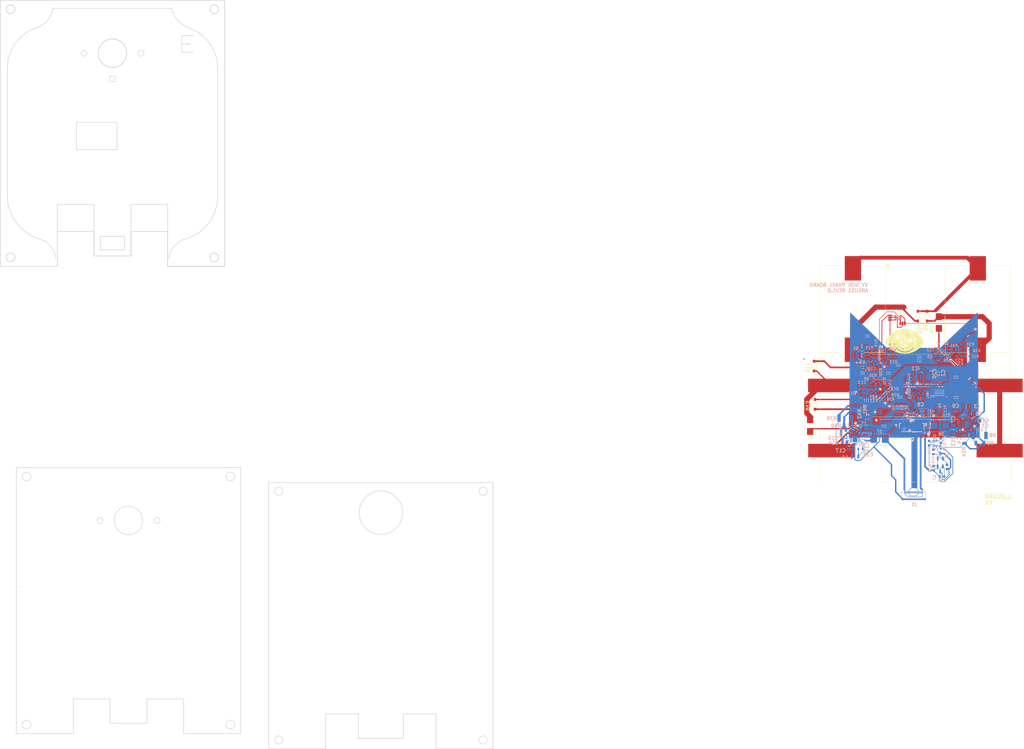
<source format=kicad_pcb>
(kicad_pcb (version 20221018) (generator pcbnew)
  (layers (0 "F.Cu" signal) (1 "In1.Cu" signal) (2 "In2.Cu" signal) (31 "B.Cu" signal) (34 "B.Paste" user) (35 "F.Paste" user) (36 "B.SilkS" user "B.Silkscreen") (37 "F.SilkS" user "F.Silkscreen") (38 "B.Mask" user) (39 "F.Mask" user) (44 "Edge.Cuts" user))
  (net 0 "")
  (net 1 "GND")
  (net 2 "Net-(Q2-G)")
  (net 3 "Net-(Q5-G)")
  (net 4 "Net-(JP1-C)")
  (net 5 "Net-(Q11-G)")
  (net 6 "Net-(D1-K)")
  (net 7 "Net-(Q1-G)")
  (net 8 "Net-(Q1-S)")
  (net 9 "SCL1_b4iso")
  (net 10 "SDA1_b4iso")
  (net 11 "Net-(Q6A-B1)")
  (net 12 "+3.3V")
  (net 13 "VBATT")
  (net 14 "VSOLAR")
  (net 15 "SDA_SUN")
  (net 16 "SCL_SUN")
  (net 17 "SCL_TORQUE")
  (net 18 "SDA_TORQUE")
  (net 19 "Net-(Q12A-B1)")
  (net 20 "Net-(U1-VCC)")
  (net 21 "Net-(U1-SW1)")
  (net 22 "Net-(U1-BST1)")
  (net 23 "Net-(U1-SW2)")
  (net 24 "Net-(U1-BST2)")
  (net 25 "Net-(D8-A)")
  (net 26 "Net-(Q3-G)")
  (net 27 "Net-(Q9-G)")
  (net 28 "Net-(D6-K)")
  (net 29 "Net-(U4-VCC)")
  (net 30 "Net-(U4-SW1)")
  (net 31 "Net-(U4-BST1)")
  (net 32 "Net-(U4-SW2)")
  (net 33 "Net-(U4-BST2)")
  (net 34 "Net-(D7-A)")
  (net 35 "/solar_panel_electronics/3224_vout")
  (net 36 "/solar_panel_electronics/7023_vout")
  (net 37 "5V")
  (net 38 "Net-(JP3-A)")
  (net 39 "Net-(JP3-B)")
  (net 40 "Net-(Q4A-B1)")
  (net 41 "Net-(Q7-G)")
  (net 42 "Net-(Q10B-B2)")
  (net 43 "Net-(Q10A-B1)")
  (net 44 "Net-(U2-ISENSE)")
  (net 45 "Net-(U2-A0)")
  (net 46 "/solar_panel_electronics/MPPC")
  (net 47 "Net-(U2-A1)")
  (net 48 "/solar_panel_electronics/FB")
  (net 57 "/solar_panel_electronics/MPPC1")
  (net 58 "/solar_panel_electronics/FB1")
  (net 59 "Net-(Q2-S)")
  (net 60 "Net-(Q11-S)")
  (net 61 "Net-(Q12B-B2)")
  (net 62 "coils")
  (net 73 "Net-(S1-Neg)")
  (net 74 "Net-(S3-Neg)")
  (net 75 "Net-(IC1-FB)")
  (net 76 "Net-(IC1-VCC)")
  (net 80 "Net-(IC1-EN)")
  (net 81 "Net-(IC1-PG)")
  (net 82 "/TORQUE_COIL/nc")
  (footprint "AA_AUTO_LOADER:SOD3716X135N" (layer "F.Cu") (at 311.67 17.7825 90)
    (fp_text reference "D12")
    (fp_text value "MBR0540-TP" hide)
  )
  (footprint "CUSTOM_SOLAR_7023:sol_pan_SM141K10TFS_70x23" (layer "F.Cu") (at 377.07 37.2325 180)
    (fp_text reference "S4" hide)
    (fp_text value "sol_pan_70x23" hide)
  )
  (footprint "SparkFun-Jumper:SMT-JUMPER_3_NO_NO-SILK" (layer "F.Cu") (at 339.27 -14.1175 90)
    (fp_text reference "JP2")
    (fp_text value "~")
  )
  (footprint "AA_AUTO_LOADER:SOD3716X135N" (layer "F.Cu") (at 349.53 -14.7275 -90)
    (fp_text reference "D10")
    (fp_text value "MBR0540-TP" hide)
  )
  (footprint "AA_AUTO_LOADER:F3311A7H121014E200" (layer "F.Cu") (at 347.3 26.3125)
    (fp_text reference "J2")
    (fp_text value "F3311A7H121014E200" hide)
  )
  (footprint "OPT4001DTST:DTS0008A-MFG" (layer "F.Cu") (at 342.21 -14.0375)
    (fp_text reference "U3")
    (fp_text value "OPT4001DTST")
  )
  (footprint "SparkFun-Jumper:SMT-JUMPER_3_NO_NO-SILK" (layer "F.Cu") (at 343.93 -12.0575 180)
    (fp_text reference "JP1")
    (fp_text value "~")
  )
  (footprint "CUSTOM_SOLAR_2432:solar_panel_SM500K12TF_32x24" (layer "F.Cu") (at 359.6 -1.3075 90)
    (fp_text reference "S1")
    (fp_text value "sol_pan_32x24")
  )
  (footprint "Diode_SMD:D_SMB" (layer "F.Cu") (at 357.28 -12.35 90)
    (fp_text reference "D1")
    (fp_text value "B220")
  )
  (footprint "CUSTOM_SOLAR_7023:sol_pan_SM141K10TFS_70x23" (layer "F.Cu") (at 320.2 8.422501)
    (fp_text reference "S3" hide)
    (fp_text value "sol_pan_70x23" hide)
  )
  (footprint "AA_AUTO_LOADER:SOD3716X135N" (layer "F.Cu") (at 352.96 -14.7175 90)
    (fp_text reference "D9")
    (fp_text value "MBR0540-TP" hide)
  )
  (footprint "AA_AUTO_LOADER:SOD3716X135N" (layer "F.Cu") (at 311.31 3.6925 90)
    (fp_text reference "D11")
    (fp_text value "MBR0540-TP" hide)
  )
  (footprint "CUSTOM_SOLAR_2432:solar_panel_SM500K12TF_32x24" (layer "F.Cu") (at 337.64 -33.3275 -90)
    (fp_text reference "S2")
    (fp_text value "sol_pan_32x24")
  )
  (footprint "Diode_SMD:D_SMB" (layer "F.Cu") (at 309.88 25.6225 90)
    (fp_text reference "D6")
    (fp_text value "B220")
  )
  (footprint "argus:Argus LOGO" (layer "F.Cu") (at 344.6 -5.4675)
    (fp_text reference "." hide)
    (fp_text value "." hide)
  )
  (footprint "Resistor_SMD:R_0402_1005Metric" (layer "B.Cu") (at 341.58 20.8525 90)
    (fp_text reference "R5")
    (fp_text value "0")
  )
  (footprint "AA_AUTO_LOADER:CAPC1608X90N" (layer "B.Cu") (at 364.4575 24.1725 90)
    (fp_text reference "C7")
    (fp_text value "CGA3E2X7R1H223K080AA" hide)
  )
  (footprint "AA_AUTO_LOADER:RESC3116X65N" (layer "B.Cu") (at 328.183 25.422499 90)
    (fp_text reference "R42")
    (fp_text value "RC1206FR-072ML" hide)
  )
  (footprint "LTC3130:UDC_20_ADI" (layer "B.Cu") (at 326.393 30.392499)
    (fp_text reference "U4")
    (fp_text value "LTC3130EUDC-1-PBF")
  )
  (footprint "Resistor_SMD:R_0603_1608Metric" (layer "B.Cu") (at 364.795 0.1)
    (fp_text reference "R34")
    (fp_text value "100K")
  )
  (footprint "Package_TO_SOT_SMD:SOT-363_SC-70-6" (layer "B.Cu") (at 367.635 -2.18 180)
    (fp_text reference "Q10")
    (fp_text value "MBT2222ADW1T1")
  )
  (footprint "Resistor_SMD:R_0603_1608Metric" (layer "B.Cu") (at 341.045 -0.38125 -90)
    (fp_text reference "R17")
    (fp_text value "10K")
  )
  (footprint "Capacitor_SMD:C_0402_1005Metric" (layer "B.Cu") (at 356.31 9.6625 -90)
    (fp_text reference "C8")
    (fp_text value "0.1uF")
  )
  (footprint "Resistor_SMD:R_0603_1608Metric" (layer "B.Cu") (at 367.785 0.08 180)
    (fp_text reference "R23")
    (fp_text value "0")
  )
  (footprint "Package_TO_SOT_SMD:SOT-23" (layer "B.Cu") (at 360.9025 -2.32)
    (fp_text reference "Q7")
    (fp_text value "BSS138")
  )
  (footprint "Resistor_SMD:R_0603_1608Metric" (layer "B.Cu") (at 355.31 41.2825 -90)
    (fp_text reference "R18")
    (fp_text value "10K")
  )
  (footprint "Diode_SMD:D_SMB" (layer "B.Cu") (at 335.4205 30.832499 180)
    (fp_text reference "D7")
    (fp_text value "B220")
  )
  (footprint "Resistor_SMD:R_0603_1608Metric" (layer "B.Cu") (at 347.99 14.3825 90)
    (fp_text reference "R43")
    (fp_text value "100K")
  )
  (footprint "AA_AUTO_LOADER:CAPC0603X33N" (layer "B.Cu") (at 355.05 9.6125 -90)
    (fp_text reference "C20")
    (fp_text value "GRM033R60J224KE15D" hide)
  )
  (footprint "AA_AUTO_LOADER:RESC3116X65N" (layer "B.Cu") (at 323.87 25.6825)
    (fp_text reference "R40")
    (fp_text value "RC1206FR-072M49L" hide)
  )
  (footprint "Package_TO_SOT_SMD:SOT-23" (layer "B.Cu") (at 328.59 13.7051 180)
    (fp_text reference "Q11")
    (fp_text value "BSS138")
  )
  (footprint "Capacitor_SMD:C_0603_1608Metric" (layer "B.Cu") (at 332.635 3.1625)
    (fp_text reference "C10")
    (fp_text value "10nF")
  )
  (footprint "Capacitor_SMD:C_0603_1608Metric" (layer "B.Cu") (at 328.95 11.1751 180)
    (fp_text reference "C13")
    (fp_text value "10nF")
  )
  (footprint "AA_AUTO_LOADER:CAPC1608X90N" (layer "B.Cu") (at 330.333 30.342499 -90)
    (fp_text reference "C19")
    (fp_text value "CL10A475KQ8NNNC" hide)
  )
  (footprint "AA_AUTO_LOADER:CAPC2012X140N" (layer "B.Cu") (at 357.94 9.6625 90)
    (fp_text reference "C2")
    (fp_text value "CL21A106KOQNNNE" hide)
  )
  (footprint "LTC3130:UDC_20_ADI" (layer "B.Cu") (at 367.5875 25.1625 180)
    (fp_text reference "U1")
    (fp_text value "LTC3130EUDC-1-PBF")
  )
  (footprint "Resistor_SMD:R_0402_1005Metric" (layer "B.Cu") (at 343.65 20.9025 90)
    (fp_text reference "R3")
    (fp_text value "0")
  )
  (footprint "Resistor_SMD:R_0402_1005Metric" (layer "B.Cu") (at 364.94 -1.3975 180)
    (fp_text reference "R33")
    (fp_text value "10K")
  )
  (footprint "AA_AUTO_LOADER:LQM2HPN1R0MG0L" (layer "B.Cu") (at 367.2975 18.5025)
    (fp_text reference "L3")
    (fp_text value "LQM2HPN4R7MG0L" hide)
  )
  (footprint "Resistor_SMD:R_0402_1005Metric" (layer "B.Cu") (at 357.83 33.6325 -90)
    (fp_text reference "R25")
    (fp_text value "10K")
  )
  (footprint "AA_AUTO_LOADER:RESC3116X65N" (layer "B.Cu") (at 372.4 32.0525 180)
    (fp_text reference "R9")
    (fp_text value "RC1206FR-072ML" hide)
  )
  (footprint "Capacitor_SMD:C_0603_1608Metric" (layer "B.Cu") (at 360.27 40.8425 -90)
    (fp_text reference "C11")
    (fp_text value "10nF")
  )
  (footprint "Resistor_SMD:R_0603_1608Metric" (layer "B.Cu") (at 364.515 -2.71)
    (fp_text reference "R31")
    (fp_text value "10K")
  )
  (footprint "Resistor_SMD:R_0603_1608Metric" (layer "B.Cu") (at 347.78 7.7825 -90)
    (fp_text reference "R44")
    (fp_text value "100K")
  )
  (footprint "Capacitor_SMD:C_0603_1608Metric" (layer "B.Cu") (at 357.075 -2.4 180)
    (fp_text reference "C12")
    (fp_text value "10nF")
  )
  (footprint "SparkFun-Jumper:SMT-JUMPER_3_NO_NO-SILK" (layer "B.Cu") (at 335.83 23.4925 -90)
    (fp_text reference "JP4")
    (fp_text value "~")
  )
  (footprint "Resistor_SMD:R_0603_1608Metric" (layer "B.Cu") (at 360.545 0.14)
    (fp_text reference "R29")
    (fp_text value "10K")
  )
  (footprint "Resistor_SMD:R_0402_1005Metric" (layer "B.Cu") (at 335.84 14.3451 180)
    (fp_text reference "R37")
    (fp_text value "10K")
  )
  (footprint "Resistor_SMD:R_0603_1608Metric" (layer "B.Cu") (at 336.65 15.8651)
    (fp_text reference "R38")
    (fp_text value "100K")
  )
  (footprint "Package_TO_SOT_SMD:SOT-23" (layer "B.Cu") (at 333.1 10.9551)
    (fp_text reference "Q8")
    (fp_text value "BSS138")
  )
  (footprint "AA_AUTO_LOADER:RESC5025X70N" (layer "B.Cu") (at 372.2575 29.2525)
    (fp_text reference "R8")
    (fp_text value "CHV2010-FX-1005ELF" hide)
  )
  (footprint "AA_AUTO_LOADER:CAPC1005X55N" (layer "B.Cu") (at 371.6375 25.1525 180)
    (fp_text reference "C3")
    (fp_text value "CL05A105KQ5NNNC" hide)
  )
  (footprint "AA_AUTO_LOADER:CAPC1608X90N" (layer "B.Cu") (at 324.503 34.342499 180)
    (fp_text reference "C17")
    (fp_text value "CGA3E2X7R1H223K080AA" hide)
  )
  (footprint "AA_AUTO_LOADER:RESC1608X55N" (layer "B.Cu") (at 347.8 11.0225 -90)
    (fp_text reference "R45")
    (fp_text value "RMCF0603FT19K1" hide)
  )
  (footprint "Resistor_SMD:R_0603_1608Metric" (layer "B.Cu") (at 358.42 44.3825)
    (fp_text reference "R24")
    (fp_text value "10K")
  )
  (footprint "Resistor_SMD:R_0603_1608Metric" (layer "B.Cu") (at 366.155 -4.39 180)
    (fp_text reference "R30")
    (fp_text value "600")
  )
  (footprint "Resistor_SMD:R_0603_1608Metric" (layer "B.Cu") (at 337.565 2.07875 180)
    (fp_text reference "R22")
    (fp_text value "0")
  )
  (footprint "AA_AUTO_LOADER:CAPC1005X55N" (layer "B.Cu") (at 322.713 30.272499)
    (fp_text reference "C15")
    (fp_text value "CL05A105KQ5NNNC" hide)
  )
  (footprint "Resistor_SMD:R_0603_1608Metric" (layer "B.Cu") (at 333.13 8.4951 180)
    (fp_text reference "R35")
    (fp_text value "600")
  )
  (footprint "Resistor_SMD:R_0603_1608Metric" (layer "B.Cu") (at 333.12 13.6051)
    (fp_text reference "R32")
    (fp_text value "10K")
  )
  (footprint "Resistor_SMD:R_0402_1005Metric" (layer "B.Cu") (at 358.32 20.1025 -90)
    (fp_text reference "R11")
    (fp_text value "0")
  )
  (footprint "AA_AUTO_LOADER:F3311A7H121014E200" (layer "B.Cu") (at 347.96 51.5575 180)
    (fp_text reference "J1")
    (fp_text value "F3311A7H121014E200" hide)
  )
  (footprint "Resistor_SMD:R_0603_1608Metric" (layer "B.Cu") (at 338.31 14.2351 180)
    (fp_text reference "R28")
    (fp_text value "0")
  )
  (footprint "Resistor_SMD:R_0603_1608Metric" (layer "B.Cu") (at 331.835 -1.88125)
    (fp_text reference "R15")
    (fp_text value "10K")
  )
  (footprint "Resistor_SMD:R_0402_1005Metric" (layer "B.Cu") (at 344.68 20.8925 90)
    (fp_text reference "R2")
    (fp_text value "0")
  )
  (footprint "Package_TO_SOT_SMD:SOT-23" (layer "B.Cu") (at 356.935 0.14 180)
    (fp_text reference "Q9")
    (fp_text value "BSS138")
  )
  (footprint "Package_TO_SOT_SMD:SOT-23" (layer "B.Cu") (at 357.78 41.6125 -90)
    (fp_text reference "Q2")
    (fp_text value "BSS138")
  )
  (footprint "Package_TO_SOT_SMD:SOT-23" (layer "B.Cu") (at 332.185 0.61875)
    (fp_text reference "Q3")
    (fp_text value "BSS138")
  )
  (footprint "Resistor_SMD:R_0603_1608Metric" (layer "B.Cu") (at 357.99 31.1525 -90)
    (fp_text reference "R27")
    (fp_text value "0")
  )
  (footprint "AA_AUTO_LOADER:RESC3116X65N" (layer "B.Cu") (at 362.51 27.1025 90)
    (fp_text reference "R13")
    (fp_text value "RV1206JR-0722ML" hide)
  )
  (footprint "AA_AUTO_LOADER:CAPC1608X90N" (layer "B.Cu") (at 328.423 34.192499)
    (fp_text reference "C18")
    (fp_text value "CGA3E2X7R1H223K080AA" hide)
  )
  (footprint "Package_TO_SOT_SMD:SOT-23" (layer "B.Cu") (at 328.035 -0.26125 180)
    (fp_text reference "Q1")
    (fp_text value "BSS138")
  )
  (footprint "Resistor_SMD:R_0402_1005Metric" (layer "B.Cu") (at 345.69 20.8925 90)
    (fp_text reference "R1")
    (fp_text value "0")
  )
  (footprint "Resistor_SMD:R_0402_1005Metric" (layer "B.Cu") (at 356.39 19.3625 -90)
    (fp_text reference "R6")
    (fp_text value "0")
  )
  (footprint "AA_AUTO_LOADER:CAPC2012X135N" (layer "B.Cu") (at 371.6075 23.8025 180)
    (fp_text reference "C1")
    (fp_text value "CL21A476MQYNNNE" hide)
  )
  (footprint "Diode_SMD:D_SMB" (layer "B.Cu") (at 357.62 25.7025)
    (fp_text reference "D8")
    (fp_text value "B220")
  )
  (footprint "SparkFun-Jumper:SMT-JUMPER_3_NO_NO-SILK" (layer "B.Cu") (at 335.78 20.5225 90)
    (fp_text reference "JP3")
    (fp_text value "~")
  )
  (footprint "AA_AUTO_LOADER:RESC3116X65N" (layer "B.Cu") (at 330.533 25.422499 -90)
    (fp_text reference "R41")
    (fp_text value "RV1206JR-0722ML" hide)
  )
  (footprint "Resistor_SMD:R_0402_1005Metric" (layer "B.Cu") (at 358.32 22.1325 -90)
    (fp_text reference "R10")
    (fp_text value "0")
  )
  (footprint "Resistor_SMD:R_0603_1608Metric" (layer "B.Cu") (at 353.68 32.0825 90)
    (fp_text reference "R21")
    (fp_text value "600")
  )
  (footprint "Resistor_SMD:R_0402_1005Metric" (layer "B.Cu") (at 342.55 20.8425 90)
    (fp_text reference "R4")
    (fp_text value "0")
  )
  (footprint "AA_AUTO_LOADER:RESC5025X70N" (layer "B.Cu") (at 322.87 22.8525 180)
    (fp_text reference "R39")
    (fp_text value "CHV2010-FX-1005ELF" hide)
  )
  (footprint "Package_TO_SOT_SMD:SOT-363_SC-70-6" (layer "B.Cu") (at 355.83 32.1725 -90)
    (fp_text reference "Q6")
    (fp_text value "MBT2222ADW1T1")
  )
  (footprint "AA_AUTO_LOADER:LQM2HPN1R0MG0L" (layer "B.Cu") (at 326.453 37.032499 180)
    (fp_text reference "L4")
    (fp_text value "LQM2HPN4R7MG0L" hide)
  )
  (footprint "Resistor_SMD:R_0603_1608Metric" (layer "B.Cu") (at 350.61 13.8125)
    (fp_text reference "R12")
    (fp_text value "100K")
  )
  (footprint "AA_AUTO_LOADER:MPM3610AGQVZ" (layer "B.Cu") (at 351.69 9.0525)
    (fp_text reference "IC1")
    (fp_text value "MPM3610AGQV-Z" hide)
  )
  (footprint "Resistor_SMD:R_0603_1608Metric" (layer "B.Cu") (at 355.23 35.3225 90)
    (fp_text reference "R26")
    (fp_text value "100K")
  )
  (footprint "AA_AUTO_LOADER:CAPC1608X90N" (layer "B.Cu") (at 323.003 28.362499 -90)
    (fp_text reference "C16")
    (fp_text value "CL10A475KQ8NNNC" hide)
  )
  (footprint "Package_TO_SOT_SMD:SOT-23" (layer "B.Cu") (at 357.79 36.8225 90)
    (fp_text reference "Q5")
    (fp_text value "BSS138")
  )
  (footprint "Resistor_SMD:R_0402_1005Metric" (layer "B.Cu") (at 356.45 21.6225 -90)
    (fp_text reference "R7")
    (fp_text value "0")
  )
  (footprint "AA_AUTO_LOADER:CAPC2012X135N" (layer "B.Cu") (at 322.623 31.742499)
    (fp_text reference "C14")
    (fp_text value "CL21A476MQYNNNE" hide)
  )
  (footprint "Resistor_SMD:R_0603_1608Metric" (layer "B.Cu") (at 335.78 9.6351 -90)
    (fp_text reference "R36")
    (fp_text value "10K")
  )
  (footprint "AA_AUTO_LOADER:RESC3116X65N" (layer "B.Cu") (at 366.6975 30.6225 90)
    (fp_text reference "R14")
    (fp_text value "RC1206FR-072ML" hide)
  )
  (footprint "AA_AUTO_LOADER:CAPC1608X90N" (layer "B.Cu") (at 364.8775 27.4225 -90)
    (fp_text reference "C4")
    (fp_text value "CL10A475KQ8NNNC" hide)
  )
  (footprint "Resistor_SMD:R_0603_1608Metric" (layer "B.Cu") (at 339.475 -0.34125 90)
    (fp_text reference "R16")
    (fp_text value "600")
  )
  (footprint "Resistor_SMD:R_0402_1005Metric" (layer "B.Cu") (at 334.225 -2.16125 90)
    (fp_text reference "R19")
    (fp_text value "10K")
  )
  (footprint "Package_TO_SOT_SMD:SOT-363_SC-70-6" (layer "B.Cu") (at 336.485 -0.24125 180)
    (fp_text reference "Q4")
    (fp_text value "MBT2222ADW1T1")
  )
  (footprint "AA_AUTO_LOADER:CAPC1608X90N" (layer "B.Cu") (at 363.48 20.3925)
    (fp_text reference "C9")
    (fp_text value "CL10A475KQ8NNNC" hide)
  )
  (footprint "DRV8830DGQ:IC_XTR111AIDGQR" (layer "B.Cu") (at 351.15 21.0025)
    (fp_text reference "U2")
    (fp_text value "DRV8830DGQ")
  )
  (footprint "Package_TO_SOT_SMD:SOT-363_SC-70-6" (layer "B.Cu") (at 338.19 11.9851 180)
    (fp_text reference "Q12")
    (fp_text value "MBT2222ADW1T1")
  )
  (footprint "AA_AUTO_LOADER:CAPC2012X140N" (layer "B.Cu") (at 350.57 15.6225)
    (fp_text reference "C6")
    (fp_text value "CL21A106KOQNNNE" hide)
  )
  (footprint "AA_AUTO_LOADER:CAPC1608X90N" (layer "B.Cu") (at 369.3475 21.3825)
    (fp_text reference "C5")
    (fp_text value "CGA3E2X7R1H223K080AA" hide)
  )
  (footprint "Resistor_SMD:R_0603_1608Metric" (layer "B.Cu") (at 335.305 2.89875 90)
    (fp_text reference "R20")
    (fp_text value "100K")
  )
  (gr_line locked (start 131.556497 144.61) (end 131.556497 131.81) (stroke (width 0.2)) (layer "Edge.Cuts"))
  (gr_circle (center 90.57 -36.35) (end 92.17 -36.35) (stroke (width 0.2)) (fill none) (layer "Edge.Cuts"))
  (gr_line locked (start 172.183494 131.81) (end 172.183494 144.61) (stroke (width 0.2)) (layer "Edge.Cuts"))
  (gr_line (start 52.07 -101.05) (end 52.07 -103.05) (stroke (width 0.2)) (layer "Edge.Cuts"))
  (gr_line locked (start 172.183494 144.61) (end 193.17 144.61) (stroke (width 0.2)) (layer "Edge.Cuts"))
  (gr_arc (start 80.770001 -121.050001) (mid 88.725281 -115.350539) (end 91.770001 -106.050001) (stroke (width 0.2)) (layer "Edge.Cuts"))
  (gr_arc (start 73.87 -36.076501) (mid 75.746083 -40.471844) (end 79.770001 -43.05) (stroke (width 0.2)) (layer "Edge.Cuts"))
  (gr_line (start 48.57 -44.05) (end 57.57 -44.05) (stroke (width 0.2)) (layer "Edge.Cuts"))
  (gr_line (start 32.77 -33.05) (end 32.77 -45.85) (stroke (width 0.2)) (layer "Edge.Cuts"))
  (gr_arc (start 26.37 -43.044221) (mid 30.344317 -40.427714) (end 32.27 -36.076501) (stroke (width 0.2)) (layer "Edge.Cuts"))
  (gr_line (start 32.77 -45.85) (end 46.27 -45.85) (stroke (width 0.2)) (layer "Edge.Cuts"))
  (gr_line (start 59.87 -36.85) (end 59.87 -45.85) (stroke (width 0.2)) (layer "Edge.Cuts"))
  (gr_line (start 46.27 -55.85) (end 32.77 -55.85) (stroke (width 0.2)) (layer "Edge.Cuts"))
  (gr_circle locked (center 114.27 141.41) (end 115.77 141.41) (stroke (width 0.2)) (fill none) (layer "Edge.Cuts"))
  (gr_circle (center 96.47 135.78) (end 98.07 135.78) (stroke (width 0.2)) (fill none) (layer "Edge.Cuts"))
  (gr_arc (start 14.37 -106.050001) (mid 17.437059 -115.371199) (end 25.439735 -121.050001) (stroke (width 0.2)) (layer "Edge.Cuts"))
  (gr_line (start 46.27 -36.85) (end 59.87 -36.85) (stroke (width 0.2)) (layer "Edge.Cuts"))
  (gr_line (start 65.77 135.28) (end 65.77 126.28) (stroke (width 0.2)) (layer "Edge.Cuts"))
  (gr_line locked (start 143.556497 131.81) (end 143.556497 140.81) (stroke (width 0.2)) (layer "Edge.Cuts"))
  (gr_line (start 94.37 -33.05) (end 94.37 -131.05) (stroke (width 0.2)) (layer "Edge.Cuts"))
  (gr_line (start 32.77 -55.85) (end 32.77 -45.85) (stroke (width 0.2)) (layer "Edge.Cuts"))
  (gr_line (start 73.37 -33.05) (end 94.37 -33.05) (stroke (width 0.2)) (layer "Edge.Cuts"))
  (gr_circle (center 42.57 -111.55) (end 43.66 -111.55) (stroke (width 0.2)) (fill none) (layer "Edge.Cuts"))
  (gr_line (start 91.770001 -106.050001) (end 91.770001 -58.05) (stroke (width 0.2)) (layer "Edge.Cuts"))
  (gr_circle (center 96.47 44.38) (end 98.07 44.38) (stroke (width 0.2)) (fill none) (layer "Edge.Cuts"))
  (gr_line (start 11.77 -131.05) (end 11.77 -33.05) (stroke (width 0.2)) (layer "Edge.Cuts"))
  (gr_line (start 48.57 -39.05) (end 48.57 -44.05) (stroke (width 0.2)) (layer "Edge.Cuts"))
  (gr_line (start 52.17 126.28) (end 52.17 135.28) (stroke (width 0.2)) (layer "Edge.Cuts"))
  (gr_line (start 94.37 -131.05) (end 11.77 -131.05) (stroke (width 0.2)) (layer "Edge.Cuts"))
  (gr_line (start 52.07 -103.05) (end 54.07 -103.05) (stroke (width 0.2)) (layer "Edge.Cuts"))
  (gr_line locked (start 131.556497 131.81) (end 143.556497 131.81) (stroke (width 0.2)) (layer "Edge.Cuts"))
  (gr_line (start 78.580964 -111.852023) (end 82.770001 -111.852023) (stroke (width 0.2)) (layer "Edge.Cuts"))
  (gr_line (start 78.580964 -118.05) (end 82.770001 -118.05) (stroke (width 0.2)) (layer "Edge.Cuts"))
  (gr_circle (center 69.47 60.58) (end 70.56 60.58) (stroke (width 0.2)) (fill none) (layer "Edge.Cuts"))
  (gr_line (start 32.77 -45.85) (end 46.27 -45.85) (stroke (width 0.2)) (layer "Edge.Cuts"))
  (gr_line (start 94.37 -33.05) (end 94.37 -131.05) (stroke (width 0.2)) (layer "Edge.Cuts"))
  (gr_line (start 17.67 41.08) (end 17.67 139.08) (stroke (width 0.2)) (layer "Edge.Cuts"))
  (gr_line (start 73.37 -33.05) (end 94.37 -33.05) (stroke (width 0.2)) (layer "Edge.Cuts"))
  (gr_line (start 74.770001 -128.050001) (end 31.137384 -128.050001) (stroke (width 0.2)) (layer "Edge.Cuts"))
  (gr_circle (center 58.97 60.58) (end 64.22 60.58) (stroke (width 0.2)) (fill none) (layer "Edge.Cuts"))
  (gr_circle (center 90.57 -127.75) (end 92.17 -127.75) (stroke (width 0.2)) (fill none) (layer "Edge.Cuts"))
  (gr_circle (center 15.57 -36.35) (end 17.17 -36.35) (stroke (width 0.2)) (fill none) (layer "Edge.Cuts"))
  (gr_line locked (start 160.183494 131.81) (end 172.183494 131.81) (stroke (width 0.2)) (layer "Edge.Cuts"))
  (gr_line (start 79.27 139.08) (end 100.27 139.08) (stroke (width 0.2)) (layer "Edge.Cuts"))
  (gr_line (start 59.87 -36.85) (end 59.87 -45.85) (stroke (width 0.2)) (layer "Edge.Cuts"))
  (gr_line (start 73.37 -36.076501) (end 73.87 -36.076501) (stroke (width 0.2)) (layer "Edge.Cuts"))
  (gr_circle (center 90.57 -127.75) (end 92.17 -127.75) (stroke (width 0.2)) (fill none) (layer "Edge.Cuts"))
  (gr_line locked (start 193.17 144.61) (end 193.17 46.61) (stroke (width 0.2)) (layer "Edge.Cuts"))
  (gr_line (start 73.37 -45.85) (end 73.37 -33.05) (stroke (width 0.2)) (layer "Edge.Cuts"))
  (gr_circle (center 90.57 -36.35) (end 92.17 -36.35) (stroke (width 0.2)) (fill none) (layer "Edge.Cuts"))
  (gr_circle (center 53.07 -111.55) (end 58.32 -111.55) (stroke (width 0.2)) (fill none) (layer "Edge.Cuts"))
  (gr_line (start 11.77 -131.05) (end 11.77 -33.05) (stroke (width 0.2)) (layer "Edge.Cuts"))
  (gr_arc (start 26.37 -43.044221) (mid 18.049178 -48.691168) (end 14.37 -58.05) (stroke (width 0.2)) (layer "Edge.Cuts"))
  (gr_circle locked (center 189.47 141.41) (end 190.97 141.41) (stroke (width 0.2)) (fill none) (layer "Edge.Cuts"))
  (gr_line (start 46.27 -45.85) (end 46.27 -55.85) (stroke (width 0.2)) (layer "Edge.Cuts"))
  (gr_line (start 32.77 -33.05) (end 32.77 -45.85) (stroke (width 0.2)) (layer "Edge.Cuts"))
  (gr_line locked (start 110.57 46.61) (end 110.57 144.61) (stroke (width 0.2)) (layer "Edge.Cuts"))
  (gr_line (start 65.77 126.28) (end 79.27 126.28) (stroke (width 0.2)) (layer "Edge.Cuts"))
  (gr_circle locked (center 114.27 49.81) (end 115.77 49.81) (stroke (width 0.2)) (fill none) (layer "Edge.Cuts"))
  (gr_line (start 38.67 139.08) (end 38.67 126.28) (stroke (width 0.2)) (layer "Edge.Cuts"))
  (gr_line (start 94.37 -131.05) (end 11.77 -131.05) (stroke (width 0.2)) (layer "Edge.Cuts"))
  (gr_line (start 14.37 -106.050001) (end 14.37 -58.05) (stroke (width 0.2)) (layer "Edge.Cuts"))
  (gr_line locked (start 110.57 144.61) (end 131.556497 144.61) (stroke (width 0.2)) (layer "Edge.Cuts"))
  (gr_line (start 52.17 135.28) (end 65.77 135.28) (stroke (width 0.2)) (layer "Edge.Cuts"))
  (gr_line (start 39.77 -76.05) (end 39.77 -86.05) (stroke (width 0.2)) (layer "Edge.Cuts"))
  (gr_line (start 32.77 -45.85) (end 46.27 -45.85) (stroke (width 0.2)) (layer "Edge.Cuts"))
  (gr_line (start 100.27 41.08) (end 17.67 41.08) (stroke (width 0.2)) (layer "Edge.Cuts"))
  (gr_line (start 59.87 -45.85) (end 73.37 -45.85) (stroke (width 0.2)) (layer "Edge.Cuts"))
  (gr_circle (center 21.47 44.38) (end 23.07 44.38) (stroke (width 0.2)) (fill none) (layer "Edge.Cuts"))
  (gr_line (start 11.77 -33.05) (end 32.77 -33.05) (stroke (width 0.2)) (layer "Edge.Cuts"))
  (gr_line locked (start 193.17 46.61) (end 110.57 46.61) (stroke (width 0.2)) (layer "Edge.Cuts"))
  (gr_arc (start 91.770001 -58.05) (mid 88.193241 -48.611409) (end 79.770001 -43.05) (stroke (width 0.2)) (layer "Edge.Cuts"))
  (gr_circle (center 15.57 -127.75) (end 17.17 -127.75) (stroke (width 0.2)) (fill none) (layer "Edge.Cuts"))
  (gr_line (start 73.37 -45.85) (end 73.37 -33.05) (stroke (width 0.2)) (layer "Edge.Cuts"))
  (gr_circle (center 63.57 -111.55) (end 64.66 -111.55) (stroke (width 0.2)) (fill none) (layer "Edge.Cuts"))
  (gr_line (start 46.27 -45.85) (end 46.27 -36.85) (stroke (width 0.2)) (layer "Edge.Cuts"))
  (gr_arc (start 80.770001 -121.050001) (mid 76.943763 -123.841797) (end 74.770001 -128.050001) (stroke (width 0.2)) (layer "Edge.Cuts"))
  (gr_line (start 46.27 -45.85) (end 46.27 -36.85) (stroke (width 0.2)) (layer "Edge.Cuts"))
  (gr_line (start 57.57 -39.05) (end 48.57 -39.05) (stroke (width 0.2)) (layer "Edge.Cuts"))
  (gr_line (start 46.27 -36.85) (end 59.87 -36.85) (stroke (width 0.2)) (layer "Edge.Cuts"))
  (gr_arc (start 31.137384 -128.050001) (mid 29.231336 -123.782627) (end 25.439735 -121.050001) (stroke (width 0.2)) (layer "Edge.Cuts"))
  (gr_circle locked (center 151.87 57.693) (end 159.87 57.693) (stroke (width 0.2)) (fill none) (layer "Edge.Cuts"))
  (gr_line (start 32.77 -36.076501) (end 32.27 -36.076501) (stroke (width 0.2)) (layer "Edge.Cuts"))
  (gr_line (start 54.07 -101.05) (end 52.07 -101.05) (stroke (width 0.2)) (layer "Edge.Cuts"))
  (gr_circle locked (center 189.47 49.81) (end 190.97 49.81) (stroke (width 0.2)) (fill none) (layer "Edge.Cuts"))
  (gr_line (start 73.37 -55.85) (end 59.87 -55.85) (stroke (width 0.2)) (layer "Edge.Cuts"))
  (gr_line (start 54.77 -86.05) (end 54.77 -76.05) (stroke (width 0.2)) (layer "Edge.Cuts"))
  (gr_line (start 73.37 -45.85) (end 73.37 -55.85) (stroke (width 0.2)) (layer "Edge.Cuts"))
  (gr_line (start 100.27 139.08) (end 100.27 41.08) (stroke (width 0.2)) (layer "Edge.Cuts"))
  (gr_line (start 59.87 -45.85) (end 73.37 -45.85) (stroke (width 0.2)) (layer "Edge.Cuts"))
  (gr_circle (center 53.07 -111.55) (end 58.32 -111.55) (stroke (width 0.2)) (fill none) (layer "Edge.Cuts"))
  (gr_line (start 79.27 126.28) (end 79.27 139.08) (stroke (width 0.2)) (layer "Edge.Cuts"))
  (gr_line (start 54.07 -103.05) (end 54.07 -101.05) (stroke (width 0.2)) (layer "Edge.Cuts"))
  (gr_line (start 59.87 -55.85) (end 59.87 -45.85) (stroke (width 0.2)) (layer "Edge.Cuts"))
  (gr_line locked (start 143.556497 140.81) (end 160.183494 140.81) (stroke (width 0.2)) (layer "Edge.Cuts"))
  (gr_line (start 78.580964 -111.852023) (end 78.580964 -118.05) (stroke (width 0.2)) (layer "Edge.Cuts"))
  (gr_circle (center 15.57 -36.35) (end 17.17 -36.35) (stroke (width 0.2)) (fill none) (layer "Edge.Cuts"))
  (gr_circle (center 15.57 -127.75) (end 17.17 -127.75) (stroke (width 0.2)) (fill none) (layer "Edge.Cuts"))
  (gr_line (start 39.77 -86.05) (end 54.77 -86.05) (stroke (width 0.2)) (layer "Edge.Cuts"))
  (gr_line (start 17.67 139.08) (end 38.67 139.08) (stroke (width 0.2)) (layer "Edge.Cuts"))
  (gr_line locked (start 160.183494 140.81) (end 160.183494 131.81) (stroke (width 0.2)) (layer "Edge.Cuts"))
  (gr_line (start 57.57 -44.05) (end 57.57 -39.05) (stroke (width 0.2)) (layer "Edge.Cuts"))
  (gr_line (start 38.67 126.28) (end 52.17 126.28) (stroke (width 0.2)) (layer "Edge.Cuts"))
  (gr_line (start 78.580964 -114.951011) (end 81.770001 -114.951011) (stroke (width 0.2)) (layer "Edge.Cuts"))
  (gr_circle (center 48.47 60.58) (end 49.56 60.58) (stroke (width 0.2)) (fill none) (layer "Edge.Cuts"))
  (gr_line (start 54.77 -76.05) (end 39.77 -76.05) (stroke (width 0.2)) (layer "Edge.Cuts"))
  (gr_circle (center 21.47 135.78) (end 23.07 135.78) (stroke (width 0.2)) (fill none) (layer "Edge.Cuts"))
  (gr_line (start 59.87 -45.85) (end 73.37 -45.85) (stroke (width 0.2)) (layer "Edge.Cuts"))
  (gr_text "XY SIDE PANEL BOARD \nARGUS1 REV1.0" (at 331.36 -23.3975) (layer "B.SilkS") (effects (font (size 1.27 1.27) (thickness 0.254) bold) (justify left bottom mirror)))
  (gr_text "ARGUS_1\nXY" (at 374.09 55.0025) (layer "F.SilkS") (effects (font (size 1.5 1.5) (thickness 0.3) bold) (justify left bottom)))
  (segment (start 330.12 28.2425) (end 330.32 28.4425) (width 0.635) (layer "F.Cu") (net 1))
  (segment (start 339.27 -13.3047) (end 339.27 2.7425) (width 0.254) (layer "F.Cu") (net 1))
  (segment (start 333.99 -18.0275) (end 344.39 -18.0275) (width 1.905) (layer "F.Cu") (net 1))
  (segment (start 330.74 28.4425) (end 330.76 28.4225) (width 0.635) (layer "F.Cu") (net 1))
  (segment (start 331.48 28.4425) (end 332.22 28.4425) (width 0.635) (layer "F.Cu") (net 1))
  (segment (start 331.47 28.4325) (end 331.48 28.4425) (width 0.635) (layer "F.Cu") (net 1))
  (segment (start 331.46 28.4425) (end 331.47 28.4325) (width 0.635) (layer "F.Cu") (net 1))
  (segment (start 348.44 -12.9275) (end 344.39 -16.9775) (width 0.635) (layer "F.Cu") (net 1))
  (segment (start 351.55 27.4675) (end 350.9976 27.4675) (width 0.1524) (layer "F.Cu") (net 1))
  (segment (start 332.25 28.4125) (end 332.28 28.4425) (width 0.635) (layer "F.Cu") (net 1))
  (segment (start 345.55 25.784428) (end 345.55 24.9675) (width 0.1524) (layer "F.Cu") (net 1))
  (segment (start 329.9 15.9825) (end 329.92 16.0025) (width 0.508) (layer "F.Cu") (net 1))
  (segment (start 349.53 -12.9275) (end 348.44 -12.9275) (width 0.635) (layer "F.Cu") (net 1))
  (segment (start 317.65 34.3225) (end 323.53 28.4425) (width 0.635) (layer "F.Cu") (net 1))
  (segment (start 329.41 28.1325) (end 329.92 28.4425) (width 0.635) (layer "F.Cu") (net 1))
  (segment (start 339.287201 -13.287499) (end 339.27 -13.3047) (width 0.254) (layer "F.Cu") (net 1))
  (segment (start 335.63 28.4425) (end 336.605 27.4675) (width 0.635) (layer "F.Cu") (net 1))
  (segment (start 329.48 28.4425) (end 329.41 28.1325) (width 0.635) (layer "F.Cu") (net 1))
  (segment (start 341.349999 -13.287499) (end 339.287201 -13.287499) (width 0.254) (layer "F.Cu") (net 1))
  (segment (start 330.76 28.4225) (end 330.78 28.4425) (width 0.635) (layer "F.Cu") (net 1))
  (segment (start 325.64 -2.3275) (end 325.64 -9.6775) (width 1.905) (layer "F.Cu") (net 1))
  (segment (start 350.9976 27.4675) (end 349.05 25.5199) (width 0.1524) (layer "F.Cu") (net 1))
  (segment (start 332.28 28.4425) (end 335.63 28.4425) (width 0.635) (layer "F.Cu") (net 1))
  (segment (start 336.605 27.4675) (end 343.05 27.4675) (width 0.635) (layer "F.Cu") (net 1))
  (segment (start 349.05 25.5199) (end 349.05 24.9675) (width 0.1524) (layer "F.Cu") (net 1))
  (segment (start 327.2724 -0.6951) (end 325.64 -2.3275) (width 0.3048) (layer "F.Cu") (net 1))
  (segment (start 336.21 5.8025) (end 328.08 -2.3275) (width 0.254) (layer "F.Cu") (net 1))
  (segment (start 311.67 15.9825) (end 329.9 15.9825) (width 0.508) (layer "F.Cu") (net 1))
  (segment (start 339.27 2.7425) (end 336.21 5.8025) (width 0.254) (layer "F.Cu") (net 1))
  (segment (start 344.783845 26.550583) (end 345.55 25.784428) (width 0.1524) (layer "F.Cu") (net 1))
  (segment (start 344.39 -16.9775) (end 344.39 -18.0275) (width 0.635) (layer "F.Cu") (net 1))
  (segment (start 317.65 34.8225) (end 317.65 34.3225) (width 0.635) (layer "F.Cu") (net 1))
  (segment (start 323.53 28.4425) (end 328.74 28.4425) (width 0.635) (layer "F.Cu") (net 1))
  (segment (start 330.78 28.4425) (end 331.46 28.4425) (width 0.635) (layer "F.Cu") (net 1))
  (segment (start 328.08 -2.3275) (end 325.64 -2.3275) (width 0.254) (layer "F.Cu") (net 1))
  (segment (start 325.64 -9.6775) (end 333.99 -18.0275) (width 1.905) (layer "F.Cu") (net 1))
  (segment (start 332.22 28.4425) (end 332.25 28.4125) (width 0.635) (layer "F.Cu") (net 1))
  (segment (start 329.92 28.4425) (end 330.12 28.2425) (width 0.635) (layer "F.Cu") (net 1))
  (segment (start 330.32 28.4425) (end 330.74 28.4425) (width 0.635) (layer "F.Cu") (net 1))
  (segment (start 328.74 28.4425) (end 329.11 28.8125) (width 0.635) (layer "F.Cu") (net 1))
  (segment (start 329.11 28.8125) (end 329.48 28.4425) (width 0.635) (layer "F.Cu") (net 1))
  (via (at 341.69 3.6625) (size 0.508) (drill 0.3048) (layers "F.Cu" "B.Cu") (net 1))
  (via (at 350.64 0.6525) (size 0.508) (drill 0.3048) (layers "F.Cu" "B.Cu") (net 1))
  (via (at 331.58 -7.7075) (size 0.508) (drill 0.3048) (layers "F.Cu" "B.Cu") (net 1))
  (via (at 332.26 29.1025) (size 0.508) (drill 0.3048) (layers "F.Cu" "B.Cu") (net 1))
  (via (at 342.91 14.7625) (size 0.508) (drill 0.3048) (layers "F.Cu" "B.Cu") (net 1))
  (via (at 355.93 12.5725) (size 0.508) (drill 0.3048) (layers "F.Cu" "B.Cu") (net 1))
  (via (at 355.35 5.4925) (size 0.508) (drill 0.3048) (layers "F.Cu" "B.Cu") (net 1))
  (via (at 360.13 15.0025) (size 0.508) (drill 0.3048) (layers "F.Cu" "B.Cu") (net 1))
  (via (at 330.58 16.6425) (size 0.508) (drill 0.3048) (layers "F.Cu" "B.Cu") (net 1))
  (via (at 358.45 13.2525) (size 0.508) (drill 0.3048) (layers "F.Cu" "B.Cu") (net 1))
  (via (at 350.96 6.0025) (size 0.508) (drill 0.3048) (layers "F.Cu" "B.Cu") (net 1))
  (via (at 330.38 -7.0075) (size 0.508) (drill 0.3048) (layers "F.Cu" "B.Cu") (net 1))
  (via (at 349.46 2.1525) (size 0.508) (drill 0.3048) (layers "F.Cu" "B.Cu") (net 1))
  (via (at 363.66 15.5925) (size 0.508) (drill 0.3048) (layers "F.Cu" "B.Cu") (net 1))
  (via (at 357.18 14.5625) (size 0.508) (drill 0.3048) (layers "F.Cu" "B.Cu") (net 1))
  (via (at 329.12 6.6125) (size 0.508) (drill 0.3048) (layers "F.Cu" "B.Cu") (net 1))
  (via (at 363.62 8.1125) (size 0.508) (drill 0.3048) (layers "F.Cu" "B.Cu") (net 1))
  (via (at 356.58 14.5625) (size 0.508) (drill 0.3048) (layers "F.Cu" "B.Cu") (net 1))
  (via (at 363.02 8.1325) (size 0.508) (drill 0.3048) (layers "F.Cu" "B.Cu") (net 1))
  (via (at 344.13 27.2625) (size 0.508) (drill 0.3048) (layers "F.Cu" "B.Cu") (net 1))
  (via (at 331.41 16.6725) (size 0.508) (drill 0.3048) (layers "F.Cu" "B.Cu") (net 1))
  (via (at 350.03 -0.0375) (size 0.508) (drill 0.3048) (layers "F.Cu" "B.Cu") (net 1))
  (via (at 364.26 15.5925) (size 0.508) (drill 0.3048) (layers "F.Cu" "B.Cu") (net 1))
  (via (at 331.4 16.0025) (size 0.508) (drill 0.3048) (layers "F.Cu" "B.Cu") (net 1))
  (via (at 347.68 28.0125) (size 0.508) (drill 0.3048) (layers "F.Cu" "B.Cu") (net 1))
  (via (at 359.05 12.5725) (size 0.508) (drill 0.3048) (layers "F.Cu" "B.Cu") (net 1))
  (via (at 355.95 13.2825) (size 0.508) (drill 0.3048) (layers "F.Cu" "B.Cu") (net 1))
  (via (at 371.25 27.3925) (size 0.508) (drill 0.3048) (layers "F.Cu" "B.Cu") (net 1))
  (via (at 356.57 13.8725) (size 0.508) (drill 0.3048) (layers "F.Cu" "B.Cu") (net 1))
  (via (at 356.54 12.5725) (size 0.508) (drill 0.3048) (layers "F.Cu" "B.Cu") (net 1))
  (via (at 363 7.4225) (size 0.508) (drill 0.3048) (layers "F.Cu" "B.Cu") (net 1))
  (via (at 336.52 25.4725) (size 0.508) (drill 0.3048) (layers "F.Cu" "B.Cu") (net 1))
  (via (at 330.76 28.4225) (size 0.508) (drill 0.3048) (layers "F.Cu" "B.Cu") (net 1))
  (via (at 338.15 6.6725) (size 0.508) (drill 0.3048) (layers "F.Cu" "B.Cu") (net 1))
  (via (at 349.42 -0.0375) (size 0.508) (drill 0.3048) (layers "F.Cu" "B.Cu") (net 1))
  (via (at 338.13 5.9625) (size 0.508) (drill 0.3048) (layers "F.Cu" "B.Cu") (net 1))
  (via (at 366.25 21.6025) (size 0.508) (drill 0.3048) (layers "F.Cu" "B.Cu") (net 1))
  (via (at 354.71 5.4725) (size 0.508) (drill 0.3048) (layers "F.Cu" "B.Cu") (net 1))
  (via (at 329.72 5.9325) (size 0.508) (drill 0.3048) (layers "F.Cu" "B.Cu") (net 1))
  (via (at 350.64 -0.0275) (size 0.508) (drill 0.3048) (layers "F.Cu" "B.Cu") (net 1))
  (via (at 368.34 28.7925) (size 0.508) (drill 0.3048) (layers "F.Cu" "B.Cu") (net 1))
  (via (at 357.18 13.8825) (size 0.508) (drill 0.3048) (layers "F.Cu" "B.Cu") (net 1))
  (via (at 365.78 21.9525) (size 0.508) (drill 0.3048) (layers "F.Cu" "B.Cu") (net 1))
  (via (at 343.52 15.4525) (size 0.508) (drill 0.3048) (layers "F.Cu" "B.Cu") (net 1))
  (via (at 342.89 2.9625) (size 0.508) (drill 0.3048) (layers "F.Cu" "B.Cu") (net 1))
  (via (at 358.42 13.8525) (size 0.508) (drill 0.3048) (layers "F.Cu" "B.Cu") (net 1))
  (via (at 337.74 26.1625) (size 0.508) (drill 0.3048) (layers "F.Cu" "B.Cu") (net 1))
  (via (at 350.06 2.1325) (size 0.508) (drill 0.3048) (layers "F.Cu" "B.Cu") (net 1))
  (via (at 328.52 6.6325) (size 0.508) (drill 0.3048) (layers "F.Cu" "B.Cu") (net 1))
  (via (at 329.11 28.8125) (size 0.508) (drill 0.3048) (layers "F.Cu" "B.Cu") (net 1))
  (via (at 363.91 27.5825) (size 0.508) (drill 0.3048) (layers "F.Cu" "B.Cu") (net 1))
  (via (at 359.03 13.8625) (size 0.508) (drill 0.3048) (layers "F.Cu" "B.Cu") (net 1))
  (via (at 348.94 28.0225) (size 0.508) (drill 0.3048) (layers "F.Cu" "B.Cu") (net 1))
  (via (at 329.92 16.0025) (size 0.508) (drill 0.3048) (layers "F.Cu" "B.Cu") (net 1))
  (via (at 329.72 6.6125) (size 0.508) (drill 0.3048) (layers "F.Cu" "B.Cu") (net 1))
  (via (at 329.85 16.6425) (size 0.508) (drill 0.3048) (layers "F.Cu" "B.Cu") (net 1))
  (via (at 350.04 0.6525) (size 0.508) (drill 0.3048) (layers "F.Cu" "B.Cu") (net 1))
  (via (at 330.97 -7.7175) (size 0.508) (drill 0.3048) (layers "F.Cu" "B.Cu") (net 1))
  (via (at 363.06 15.6125) (size 0.508) (drill 0.3048) (layers "F.Cu" "B.Cu") (net 1))
  (via (at 330.98 -7.0275) (size 0.508) (drill 0.3048) (layers "F.Cu" "B.Cu") (net 1))
  (via (at 330.12 28.2425) (size 0.508) (drill 0.3048) (layers "F.Cu" "B.Cu") (net 1))
  (via (at 358.43 14.5425) (size 0.508) (drill 0.3048) (layers "F.Cu" "B.Cu") (net 1))
  (via (at 331.49 29.1825) (size 0.508) (drill 0.3048) (layers "F.Cu" "B.Cu") (net 1))
  (via (at 337.14 26.1625) (size 0.508) (drill 0.3048) (layers "F.Cu" "B.Cu") (net 1))
  (via (at 349.44 0.6725) (size 0.508) (drill 0.3048) (layers "F.Cu" "B.Cu") (net 1))
  (via (at 331.47 28.4325) (size 0.508) (drill 0.3048) (layers "F.Cu" "B.Cu") (net 1))
  (via (at 371.26 28.6725) (size 0.508) (drill 0.3048) (layers "F.Cu" "B.Cu") (net 1))
  (via (at 343.56 18.3825) (size 0.508) (drill 0.3048) (layers "F.Cu" "B.Cu") (net 1))
  (via (at 363.61 7.4225) (size 0.508) (drill 0.3048) (layers "F.Cu" "B.Cu") (net 1))
  (via (at 334.08 10.2025) (size 0.508) (drill 0.3048) (layers "F.Cu" "B.Cu") (net 1))
  (via (at 325.75 27.2125) (size 0.508) (drill 0.3048) (layers "F.Cu" "B.Cu") (net 1))
  (via (at 357.81 13.8525) (size 0.508) (drill 0.3048) (layers "F.Cu" "B.Cu") (net 1))
  (via (at 364.26 14.9125) (size 0.508) (drill 0.3048) (layers "F.Cu" "B.Cu") (net 1))
  (via (at 332.25 28.4125) (size 0.508) (drill 0.3048) (layers "F.Cu" "B.Cu") (net 1))
  (via (at 357.85 13.2725) (size 0.508) (drill 0.3048) (layers "F.Cu" "B.Cu") (net 1))
  (via (at 337.74 25.4825) (size 0.508) (drill 0.3048) (layers "F.Cu" "B.Cu") (net 1))
  (via (at 336.54 26.1825) (size 0.508) (drill 0.3048) (layers "F.Cu" "B.Cu") (net 1))
  (via (at 359.03 14.5425) (size 0.508) (drill 0.3048) (layers "F.Cu" "B.Cu") (net 1))
  (via (at 371.24 26.8025) (size 0.508) (drill 0.3048) (layers "F.Cu" "B.Cu") (net 1))
  (via (at 337.13 25.4725) (size 0.508) (drill 0.3048) (layers "F.Cu" "B.Cu") (net 1))
  (via (at 364.22 8.1125) (size 0.508) (drill 0.3048) (layers "F.Cu" "B.Cu") (net 1))
  (via (at 349.44 1.4425) (size 0.508) (drill 0.3048) (layers "F.Cu" "B.Cu") (net 1))
  (via (at 351.85 26.9125) (size 0.508) (drill 0.3048) (layers "F.Cu" "B.Cu") (net 1))
  (via (at 330.64 16.0125) (size 0.508) (drill 0.3048) (layers "F.Cu" "B.Cu") (net 1))
  (via (at 364.22 7.4325) (size 0.508) (drill 0.3048) (layers "F.Cu" "B.Cu") (net 1))
  (via (at 344.783845 26.550583) (size 0.508) (drill 0.3048) (layers "F.Cu" "B.Cu") (net 1))
  (via (at 371.26 27.9925) (size 0.508) (drill 0.3048) (layers "F.Cu" "B.Cu") (net 1))
  (via (at 356.55 13.2625) (size 0.508) (drill 0.3048) (layers "F.Cu" "B.Cu") (net 1))
  (via (at 357.83 14.5625) (size 0.508) (drill 0.3048) (layers "F.Cu" "B.Cu") (net 1))
  (via (at 363.04 14.9025) (size 0.508) (drill 0.3048) (layers "F.Cu" "B.Cu") (net 1))
  (via (at 350.66 2.1325) (size 0.508) (drill 0.3048) (layers "F.Cu" "B.Cu") (net 1))
  (via (at 366.9 21.5425) (size 0.508) (drill 0.3048) (layers "F.Cu" "B.Cu") (net 1))
  (via (at 342.32 15.4725) (size 0.508) (drill 0.3048) (layers "F.Cu" "B.Cu") (net 1))
  (via (at 357.83 12.5625) (size 0.508) (drill 0.3048) (layers "F.Cu" "B.Cu") (net 1))
  (via (at 342.92 15.4525) (size 0.508) (drill 0.3048) (layers "F.Cu" "B.Cu") (net 1))
  (via (at 359.05 13.2525) (size 0.508) (drill 0.3048) (layers "F.Cu" "B.Cu") (net 1))
  (via (at 329.41 28.1325) (size 0.508) (drill 0.3048) (layers "F.Cu" "B.Cu") (net 1))
  (via (at 344.73 27.2125) (size 0.508) (drill 0.3048) (layers "F.Cu" "B.Cu") (net 1))
  (via (at 342.3 14.7625) (size 0.508) (drill 0.3048) (layers "F.Cu" "B.Cu") (net 1))
  (via (at 341.67 2.9525) (size 0.508) (drill 0.3048) (layers "F.Cu" "B.Cu") (net 1))
  (via (at 342.28 2.9525) (size 0.508) (drill 0.3048) (layers "F.Cu" "B.Cu") (net 1))
  (via (at 339.35 5.9725) (size 0.508) (drill 0.3048) (layers "F.Cu" "B.Cu") (net 1))
  (via (at 338.74 5.9625) (size 0.508) (drill 0.3048) (layers "F.Cu" "B.Cu") (net 1))
  (via (at 330.36 -7.7175) (size 0.508) (drill 0.3048) (layers "F.Cu" "B.Cu") (net 1))
  (via (at 350.05 1.4425) (size 0.508) (drill 0.3048) (layers "F.Cu" "B.Cu") (net 1))
  (via (at 328.5 5.9225) (size 0.508) (drill 0.3048) (layers "F.Cu" "B.Cu") (net 1))
  (via (at 357.15 13.2625) (size 0.508) (drill 0.3048) (layers "F.Cu" "B.Cu") (net 1))
  (via (at 368.39 29.4125) (size 0.508) (drill 0.3048) (layers "F.Cu" "B.Cu") (net 1))
  (via (at 331.58 -7.0275) (size 0.508) (drill 0.3048) (layers "F.Cu" "B.Cu") (net 1))
  (via (at 358.44 12.5625) (size 0.508) (drill 0.3048) (layers "F.Cu" "B.Cu") (net 1))
  (via (at 344.13 26.6025) (size 0.508) (drill 0.3048) (layers "F.Cu" "B.Cu") (net 1))
  (via (at 338.75 6.6525) (size 0.508) (drill 0.3048) (layers "F.Cu" "B.Cu") (net 1))
  (via (at 350.66 1.4525) (size 0.508) (drill 0.3048) (layers "F.Cu" "B.Cu") (net 1))
  (via (at 354.07 5.4725) (size 0.508) (drill 0.3048) (layers "F.Cu" "B.Cu") (net 1))
  (via (at 342.29 3.6425) (size 0.508) (drill 0.3048) (layers "F.Cu" "B.Cu") (net 1))
  (via (at 363.65 14.9025) (size 0.508) (drill 0.3048) (layers "F.Cu" "B.Cu") (net 1))
  (via (at 348.29 28.0025) (size 0.508) (drill 0.3048) (layers "F.Cu" "B.Cu") (net 1))
  (via (at 343.52 14.7725) (size 0.508) (drill 0.3048) (layers "F.Cu" "B.Cu") (net 1))
  (via (at 355.96 13.8725) (size 0.508) (drill 0.3048) (layers "F.Cu" "B.Cu") (net 1))
  (via (at 329.11 5.9225) (size 0.508) (drill 0.3048) (layers "F.Cu" "B.Cu") (net 1))
  (via (at 357.15 12.5825) (size 0.508) (drill 0.3048) (layers "F.Cu" "B.Cu") (net 1))
  (via (at 339.35 6.6525) (size 0.508) (drill 0.3048) (layers "F.Cu" "B.Cu") (net 1))
  (via (at 355.98 14.5825) (size 0.508) (drill 0.3048) (layers "F.Cu" "B.Cu") (net 1))
  (via (at 342.89 3.6425) (size 0.508) (drill 0.3048) (layers "F.Cu" "B.Cu") (net 1))
  (segment (start 334.08 10.9126) (end 334.0375 10.9551) (width 0.508) (layer "B.Cu") (net 1))
  (segment (start 328.175 11.1751) (end 327.6525 11.6976) (width 0.1524) (layer "B.Cu") (net 1))
  (segment (start 343.56 18.3825) (end 343.56 20.3025) (width 0.1524) (layer "B.Cu") (net 1))
  (segment (start 344.02 52.7125) (end 341.37 50.0625) (width 0.508) (layer "B.Cu") (net 1))
  (segment (start 358.5 43.27) (end 357.78 42.55) (width 0.254) (layer "B.Cu") (net 1))
  (segment (start 333.41 0.90625) (end 333.1225 0.61875) (width 0.1524) (layer "B.Cu") (net 1))
  (segment (start 352.21 52.7125) (end 344.02 52.7125) (width 0.508) (layer "B.Cu") (net 1))
  (segment (start 329.75 10.4715) (end 328.8786 10.4715) (width 0.1524) (layer "B.Cu") (net 1))
  (segment (start 352.94 11.5025) (end 352.44 11.5025) (width 0.254) (layer "B.Cu") (net 1))
  (segment (start 357.39 26.9525) (end 359.76 29.3225) (width 0.1524) (layer "B.Cu") (net 1))
  (segment (start 321.28 26.7725) (end 322.37 25.6825) (width 0.635) (layer "B.Cu") (net 1))
  (segment (start 353.9598 19.3827) (end 354.2475 19.095) (width 0.254) (layer "B.Cu") (net 1))
  (segment (start 367.8375 27.0675) (end 368.337501 27.0675) (width 0.1524) (layer "B.Cu") (net 1))
  (segment (start 329.980829 1.5625) (end 330.575179 0.96815) (width 0.1524) (layer "B.Cu") (net 1))
  (segment (start 349.05 20.0025) (end 349.75 20.0025) (width 0.254) (layer "B.Cu") (net 1))
  (segment (start 329.72 6.6125) (end 329.72 10.4415) (width 0.1524) (layer "B.Cu") (net 1))
  (segment (start 348.94 48.6825) (end 349.71 49.4525) (width 0.1524) (layer "B.Cu") (net 1))
  (segment (start 344.02 52.7125) (end 343.71 52.7125) (width 0.508) (layer "B.Cu") (net 1))
  (segment (start 328.83 28.0225) (end 328.83 28.102499) (width 0.1524) (layer "B.Cu") (net 1))
  (segment (start 373.7575 31.7625) (end 371.3775 34.1425) (width 0.508) (layer "B.Cu") (net 1))
  (segment (start 360.27 41.6175) (end 360.975 41.6175) (width 0.508) (layer "B.Cu") (net 1))
  (segment (start 334.08 10.2025) (end 334.08 10.9126) (width 0.508) (layer "B.Cu") (net 1))
  (segment (start 324.562119 20.3418) (end 328.1493 20.3418) (width 0.635) (layer "B.Cu") (net 1))
  (segment (start 359.76 29.3225) (end 360.9039 29.3225) (width 0.1524) (layer "B.Cu") (net 1))
  (segment (start 361.45 27.0825) (end 360.9039 27.6286) (width 0.1524) (layer "B.Cu") (net 1))
  (segment (start 335.49 31.297605) (end 335.49 27.7325) (width 0.3048) (layer "B.Cu") (net 1))
  (segment (start 349.75 15.6225) (end 351.25 17.1225) (width 0.254) (layer "B.Cu") (net 1))
  (segment (start 328.295105 38.4925) (end 333.332552 33.455052) (width 0.3048) (layer "B.Cu") (net 1))
  (segment (start 341.37 45.5825) (end 339.84 44.0525) (width 0.508) (layer "B.Cu") (net 1))
  (segment (start 359.642079 -2.32) (end 358.8386 -1.516521) (width 0.1524) (layer "B.Cu") (net 1))
  (segment (start 321.803 31.742499) (end 321.803 30.722499) (width 0.635) (layer "B.Cu") (net 1))
  (segment (start 354.86 11.5025) (end 354.15 11.5025) (width 0.254) (layer "B.Cu") (net 1))
  (segment (start 365.1989 33.6211) (end 357.2914 33.6211) (width 0.1524) (layer "B.Cu") (net 1))
  (segment (start 357.13 19.5925) (end 356.39 18.8525) (width 0.1524) (layer "B.Cu") (net 1))
  (segment (start 350.3698 19.3827) (end 353.9598 19.3827) (width 0.254) (layer "B.Cu") (net 1))
  (segment (start 354.15 11.5025) (end 354.15 11.0525) (width 0.254) (layer "B.Cu") (net 1))
  (segment (start 365.0875 26.4125) (end 364.8775 26.6225) (width 0.1524) (layer "B.Cu") (net 1))
  (segment (start 361.84 -2.32) (end 359.642079 -2.32) (width 0.1524) (layer "B.Cu") (net 1))
  (segment (start 330.137887 10.4715) (end 330.621487 10.9551) (width 0.1524) (layer "B.Cu") (net 1))
  (segment (start 356.67 34.765) (end 357.79 35.885) (width 0.1524) (layer "B.Cu") (net 1))
  (segment (start 330.4 22.5925) (end 331.74 22.5925) (width 0.635) (layer "B.Cu") (net 1))
  (segment (start 354.64 16.8925) (end 356.58 14.9525) (width 0.1524) (layer "B.Cu") (net 1))
  (segment (start 368.337501 30.482499) (end 368.337501 29.464999) (width 0.1524) (layer "B.Cu") (net 1))
  (segment (start 354.2475 19.095) (end 354.2475 18.3925) (width 0.254) (layer "B.Cu") (net 1))
  (segment (start 372.0975 30.1025) (end 372.0975 25.1525) (width 0.508) (layer "B.Cu") (net 1))
  (segment (start 328.573329 1.5625) (end 329.980829 1.5625) (width 0.1524) (layer "B.Cu") (net 1))
  (segment (start 366.1905 25.912501) (end 364.512299 25.912501) (width 0.1524) (layer "B.Cu") (net 1))
  (segment (start 362.7875 20.3925) (end 362.7875 20.985) (width 0.1524) (layer "B.Cu") (net 1))
  (segment (start 326.35 38.0025) (end 326.84 38.4925) (width 0.3048) (layer "B.Cu") (net 1))
  (segment (start 329.72 10.4415) (end 329.75 10.4715) (width 0.1524) (layer "B.Cu") (net 1))
  (segment (start 322.37 25.6825) (end 322.37 22.533918) (width 0.635) (layer "B.Cu") (net 1))
  (segment (start 372.0975 25.1525) (end 372.0975 24.1325) (width 0.1524) (layer "B.Cu") (net 1))
  (segment (start 358.8386 -1.516521) (end 358.8386 -0.4561) (width 0.1524) (layer "B.Cu") (net 1))
  (segment (start 368.337501 28.790001) (end 368.337501 27.0675) (width 0.1524) (layer "B.Cu") (net 1))
  (segment (start 351.25 17.1225) (end 354.2475 17.1225) (width 0.254) (layer "B.Cu") (net 1))
  (segment (start 354.15 11.5025) (end 352.44 11.5025) (width 0.254) (layer "B.Cu") (net 1))
  (segment (start 339.84 39.9625) (end 333.332552 33.455052) (width 0.508) (layer "B.Cu") (net 1))
  (segment (start 333.332552 33.455052) (end 335.49 31.297605) (width 0.3048) (layer "B.Cu") (net 1))
  (segment (start 354.2475 17.1225) (end 354.5575 16.8125) (width 0.1524) (layer "B.Cu") (net 1))
  (segment (start 353.88 10.6025) (end 353.09 10.6025) (width 0.254) (layer "B.Cu") (net 1))
  (segment (start 368.7175 34.1425) (end 366.6975 32.1225) (width 0.508) (layer "B.Cu") (net 1))
  (segment (start 360.975 41.6175) (end 360.975 43.805474) (width 0.254) (layer "B.Cu") (net 1))
  (segment (start 326.35 32.297499) (end 326.143 32.297499) (width 0.3048) (layer "B.Cu") (net 1))
  (segment (start 341.37 50.0625) (end 341.37 45.5825) (width 0.508) (layer "B.Cu") (net 1))
  (segment (start 346.21 50.2125) (end 346.21 49.5025) (width 0.1524) (layer "B.Cu") (net 1))
  (segment (start 367.8375 22.48) (end 367.8375 23.2575) (width 0.1524) (layer "B.Cu") (net 1))
  (segment (start 330.233001 29.642498) (end 330.333 29.542499) (width 0.1524) (layer "B.Cu") (net 1))
  (segment (start 323.003 27.562499) (end 323.003 26.3155) (width 0.635) (layer "B.Cu") (net 1))
  (segment (start 332.35 23.2025) (end 332.35 26.117699) (width 0.635) (layer "B.Cu") (net 1))
  (segment (start 366.6975 32.1225) (end 368.337501 30.482499) (width 0.1524) (layer "B.Cu") (net 1))
  (segment (start 364.512299 25.912501) (end 363.3423 27.0825) (width 0.1524) (layer "B.Cu") (net 1))
  (segment (start 366.9 21.5425) (end 367.8375 22.48) (width 0.1524) (layer "B.Cu") (net 1))
  (segment (start 354.24 10.9625) (end 353.88 10.6025) (width 0.254) (layer "B.Cu") (net 1))
  (segment (start 322.253 30.272499) (end 321.28 29.299499) (width 0.635) (layer "B.Cu") (net 1))
  (segment (start 327.6525 13.7051) (end 327.6525 14.053021) (width 0.1524) (layer "B.Cu") (net 1))
  (segment (start 335.49 27.7325) (end 333.875199 26.117699) (width 0.3048) (layer "B.Cu") (net 1))
  (segment (start 343.56 20.3025) (end 343.65 20.3925) (width 0.1524) (layer "B.Cu") (net 1))
  (segment (start 332.7731 0.96815) (end 333.1225 0.61875) (width 0.1524) (layer "B.Cu") (net 1))
  (segment (start 372.0975 24.1325) (end 372.4275 23.8025) (width 0.1524) (layer "B.Cu") (net 1))
  (segment (start 368.34 28.7925) (end 368.337501 28.790001) (width 0.1524) (layer "B.Cu") (net 1))
  (segment (start 358.32 19.5925) (end 357.13 19.5925) (width 0.1524) (layer "B.Cu") (net 1))
  (segment (start 368.337501 29.360001) (end 368.337501 28.794999) (width 0.1524) (layer "B.Cu") (net 1))
  (segment (start 357.2914 33.6211) (end 356.67 34.2425) (width 0.1524) (layer "B.Cu") (net 1))
  (segment (start 358.16 24.0525) (end 357.39 24.8225) (width 0.1524) (layer "B.Cu") (net 1))
  (segment (start 349.71 49.4525) (end 349.71 50.2125) (width 0.1524) (layer "B.Cu") (net 1))
  (segment (start 349.75 20.0025) (end 350.3698 19.3827) (width 0.254) (layer "B.Cu") (net 1))
  (segment (start 333.41 3.03875) (end 333.41 0.90625) (width 0.1524) (layer "B.Cu") (net 1))
  (segment (start 327.79 29.642498) (end 330.233001 29.642498) (width 0.1524) (layer "B.Cu") (net 1))
  (segment (start 355.9975 -2.0975) (end 356.3 -2.4) (width 0.1524) (layer "B.Cu") (net 1))
  (segment (start 330.137887 10.4715) (end 329.75 10.4715) (width 0.1524) (layer "B.Cu") (net 1))
  (segment (start 327.0975 0.086671) (end 328.573329 1.5625) (width 0.1524) (layer "B.Cu") (net 1))
  (segment (start 358.8386 -0.4561) (end 358.2425 0.14) (width 0.1524) (layer "B.Cu") (net 1))
  (segment (start 326.84 38.4925) (end 328.295105 38.4925) (width 0.3048) (layer "B.Cu") (net 1))
  (segment (start 339.84 44.0525) (end 339.84 39.9625) (width 0.508) (layer "B.Cu") (net 1))
  (segment (start 349.05 51.4725) (end 346.64 51.4725) (width 0.1524) (layer "B.Cu") (net 1))
  (segment (start 328.8786 10.4715) (end 328.175 11.1751) (width 0.1524) (layer "B.Cu") (net 1))
  (segment (start 327.0975 -0.26125) (end 327.0975 0.086671) (width 0.1524) (layer "B.Cu") (net 1))
  (segment (start 355.93 12.5725) (end 354.86 11.5025) (width 0.254) (layer "B.Cu") (net 1))
  (segment (start 355.9975 0.14) (end 355.9975 -2.0975) (width 0.1524) (layer "B.Cu") (net 1))
  (segment (start 348.94 28.0225) (end 348.94 48.6825) (width 0.1524) (layer "B.Cu") (net 1))
  (segment (start 349.71 50.8125) (end 349.05 51.4725) (width 0.1524) (layer "B.Cu") (net 1))
  (segment (start 361.59 38.2925) (end 359.1825 35.885) (width 0.508) (layer "B.Cu") (net 1))
  (segment (start 330.575179 0.96815) (end 332.7731 0.96815) (width 0.1524) (layer "B.Cu") (net 1))
  (segment (start 368.337501 29.464999) (end 368.39 29.4125) (width 0.1524) (layer "B.Cu") (net 1))
  (segment (start 346.21 51.0425) (end 346.21 50.2125) (width 0.1524) (layer "B.Cu") (net 1))
  (segment (start 347.68 48.0325) (end 347.68 28.0125) (width 0.1524) (layer "B.Cu") (net 1))
  (segment (start 330.621487 10.9551) (end 334.0375 10.9551) (width 0.1524) (layer "B.Cu") (net 1))
  (segment (start 371.3775 34.1425) (end 368.7175 34.1425) (width 0.508) (layer "B.Cu") (net 1))
  (segment (start 323.003 26.3155) (end 322.37 25.6825) (width 0.635) (layer "B.Cu") (net 1))
  (segment (start 362.7875 20.3925) (end 362.3651 20.3925) (width 0.1524) (layer "B.Cu") (net 1))
  (segment (start 326.35 32.297499) (end 326.35 38.0025) (width 0.3048) (layer "B.Cu") (net 1))
  (segment (start 321.28 29.299499) (end 321.28 26.7725) (width 0.635) (layer "B.Cu") (net 1))
  (segment (start 360.9039 27.6286) (end 360.9039 29.3225) (width 0.1524) (layer "B.Cu") (net 1))
  (segment (start 354.15 11.0525) (end 354.24 10.9625) (width 0.254) (layer "B.Cu") (net 1))
  (segment (start 354.2475 18.3925) (end 354.2475 17.1225) (width 0.1524) (layer "B.Cu") (net 1))
  (segment (start 346.64 51.4725) (end 346.21 51.0425) (width 0.1524) (layer "B.Cu") (net 1))
  (segment (start 360.975 41.6175) (end 361.59 41.0025) (width 0.508) (layer "B.Cu") (net 1))
  (segment (start 363.3423 27.0825) (end 361.45 27.0825) (width 0.1524) (layer "B.Cu") (net 1))
  (segment (start 362.7875 20.985) (end 359.72 24.0525) (width 0.1524) (layer "B.Cu") (net 1))
  (segment (start 356.67 34.2425) (end 356.67 34.765) (width 0.1524) (layer "B.Cu") (net 1))
  (segment (start 328.83 28.102499) (end 327.79 29.142499) (width 0.1524) (layer "B.Cu") (net 1))
  (segment (start 327.6525 11.6976) (end 327.6525 13.7051) (width 0.1524) (layer "B.Cu") (net 1))
  (segment (start 360.975 43.805474) (end 359.277974 45.5025) (width 0.254) (layer "B.Cu") (net 1))
  (segment (start 361.59 41.0025) (end 361.59 38.2925) (width 0.508) (layer "B.Cu") (net 1))
  (segment (start 366.6975 32.1225) (end 365.1989 33.6211) (width 0.1524) (layer "B.Cu") (net 1))
  (segment (start 327.6525 14.053021) (end 329.601979 16.0025) (width 0.1524) (layer "B.Cu") (net 1))
  (segment (start 368.337501 28.794999) (end 368.34 28.7925) (width 0.1524) (layer "B.Cu") (net 1))
  (segment (start 321.803 30.722499) (end 322.253 30.272499) (width 0.635) (layer "B.Cu") (net 1))
  (segment (start 367.3375 22.69) (end 367.3375 23.2575) (width 0.1524) (layer "B.Cu") (net 1))
  (segment (start 358.5 45.5025) (end 358.5 43.27) (width 0.254) (layer "B.Cu") (net 1))
  (segment (start 322.37 22.533918) (end 324.562119 20.3418) (width 0.635) (layer "B.Cu") (net 1))
  (segment (start 356.58 14.9525) (end 356.58 14.5625) (width 0.1524) (layer "B.Cu") (net 1))
  (segment (start 326.643 32.297499) (end 326.35 32.297499) (width 0.3048) (layer "B.Cu") (net 1))
  (segment (start 328.9878 26.117699) (end 328.183 26.922499) (width 0.3048) (layer "B.Cu") (net 1))
  (segment (start 366.25 21.6025) (end 367.3375 22.69) (width 0.1524) (layer "B.Cu") (net 1))
  (segment (start 341.58 20.3425) (end 345.65 20.3425) (width 0.1524) (layer "B.Cu") (net 1))
  (segment (start 333.875199 26.117699) (end 328.9878 26.117699) (width 0.3048) (layer "B.Cu") (net 1))
  (segment (start 358.2425 0.14) (end 355.9975 0.14) (width 0.1524) (layer "B.Cu") (net 1))
  (segment (start 328.1493 20.3418) (end 330.4 22.5925) (width 0.635) (layer "B.Cu") (net 1))
  (segment (start 373.7575 31.7625) (end 372.0975 30.1025) (width 0.508) (layer "B.Cu") (net 1))
  (segment (start 331.74 22.5925) (end 332.35 23.2025) (width 0.635) (layer "B.Cu") (net 1))
  (segment (start 346.21 49.5025) (end 347.68 48.0325) (width 0.1524) (layer "B.Cu") (net 1))
  (segment (start 359.1825 35.885) (end 357.79 35.885) (width 0.508) (layer "B.Cu") (net 1))
  (segment (start 329.601979 16.0025) (end 329.92 16.0025) (width 0.1524) (layer "B.Cu") (net 1))
  (segment (start 366.1905 26.4125) (end 365.0875 26.4125) (width 0.1524) (layer "B.Cu") (net 1))
  (segment (start 345.65 20.3425) (end 345.69 20.3825) (width 0.1524) (layer "B.Cu") (net 1))
  (segment (start 357.39 24.8225) (end 357.39 26.9525) (width 0.1524) (layer "B.Cu") (net 1))
  (segment (start 359.277974 45.5025) (end 358.5 45.5025) (width 0.254) (layer "B.Cu") (net 1))
  (segment (start 349.71 50.2125) (end 349.71 50.8125) (width 0.1524) (layer "B.Cu") (net 1))
  (segment (start 359.72 24.0525) (end 358.16 24.0525) (width 0.1524) (layer "B.Cu") (net 1))
  (segment (start 325.642999 28.487499) (end 326.143 28.487499) (width 0.3048) (layer "B.Cu") (net 1))
  (segment (start 328.183 27.3755) (end 328.83 28.0225) (width 0.1524) (layer "B.Cu") (net 1))
  (segment (start 368.39 29.4125) (end 368.337501 29.360001) (width 0.1524) (layer "B.Cu") (net 1))
  (segment (start 328.183 26.922499) (end 328.183 27.3755) (width 0.1524) (layer "B.Cu") (net 1))
  (segment (start 356.84 40.665) (end 356.83 40.675) (width 0.1524) (layer "B.Cu") (net 2))
  (segment (start 356.84 37.76) (end 356.84 40.665) (width 0.1524) (layer "B.Cu") (net 2))
  (segment (start 355.31 40.4575) (end 356.6125 40.4575) (width 0.1524) (layer "B.Cu") (net 2))
  (segment (start 356.6125 40.4575) (end 356.83 40.675) (width 0.1524) (layer "B.Cu") (net 2))
  (segment (start 356.500421 36.1475) (end 358.112921 37.76) (width 0.1524) (layer "B.Cu") (net 3))
  (segment (start 360.27 40.0675) (end 360.27 39.29) (width 0.1524) (layer "B.Cu") (net 3))
  (segment (start 360.27 39.29) (end 358.74 37.76) (width 0.1524) (layer "B.Cu") (net 3))
  (segment (start 355.23 36.1475) (end 356.500421 36.1475) (width 0.1524) (layer "B.Cu") (net 3))
  (segment (start 358.112921 37.76) (end 358.74 37.76) (width 0.1524) (layer "B.Cu") (net 3))
  (segment (start 343.93 -11.1685) (end 343.349 -10.5875) (width 0.254) (layer "F.Cu") (net 4))
  (segment (start 341.989399 -10.666899) (end 341.989399 -14.2621) (width 0.254) (layer "F.Cu") (net 4))
  (segment (start 343.93 -12.0575) (end 343.93 -11.1685) (width 0.254) (layer "F.Cu") (net 4))
  (segment (start 343.349 -10.5875) (end 341.91 -10.5875) (width 0.254) (layer "F.Cu") (net 4))
  (segment (start 341.963999 -14.2875) (end 341.349999 -14.2875) (width 0.254) (layer "F.Cu") (net 4))
  (segment (start 341.349999 -14.2875) (end 339.44 -14.2875) (width 0.254) (layer "F.Cu") (net 4))
  (segment (start 339.44 -14.2875) (end 339.27 -14.1175) (width 0.254) (layer "F.Cu") (net 4))
  (segment (start 341.91 -10.5875) (end 341.989399 -10.666899) (width 0.254) (layer "F.Cu") (net 4))
  (segment (start 341.989399 -14.2621) (end 341.963999 -14.2875) (width 0.254) (layer "F.Cu") (net 4))
  (segment (start 329.8098 11.2599) (end 329.725 11.1751) (width 0.1524) (layer "B.Cu") (net 5))
  (segment (start 332.790221 11.2599) (end 329.8098 11.2599) (width 0.1524) (layer "B.Cu") (net 5))
  (segment (start 335.123868 15.8651) (end 333.1286 13.869832) (width 0.1524) (layer "B.Cu") (net 5))
  (segment (start 333.1286 13.869832) (end 333.1286 11.598279) (width 0.1524) (layer "B.Cu") (net 5))
  (segment (start 333.1286 11.598279) (end 332.790221 11.2599) (width 0.1524) (layer "B.Cu") (net 5))
  (segment (start 329.5275 12.7551) (end 329.5275 11.3726) (width 0.1524) (layer "B.Cu") (net 5))
  (segment (start 335.825 15.8651) (end 335.123868 15.8651) (width 0.1524) (layer "B.Cu") (net 5))
  (segment (start 329.5275 11.3726) (end 329.725 11.1751) (width 0.1524) (layer "B.Cu") (net 5))
  (segment (start 368.49 8.3625) (end 357.28 -2.8475) (width 0.508) (layer "F.Cu") (net 6))
  (segment (start 357.28 -2.8475) (end 357.28 -10.2) (width 0.508) (layer "F.Cu") (net 6))
  (via (at 368.49 8.3625) (size 0.508) (drill 0.3048) (layers "F.Cu" "B.Cu") (net 6))
  (segment (start 373.1475 22.7225) (end 374.6075 24.1825) (width 0.1524) (layer "B.Cu") (net 6))
  (segment (start 374.6075 24.1825) (end 374.6075 29.2525) (width 0.1524) (layer "B.Cu") (net 6))
  (segment (start 373.96 20.3072) (end 370.7875 23.4797) (width 0.508) (layer "B.Cu") (net 6))
  (segment (start 368.9845 24.9125) (end 368.9845 25.4125) (width 0.1524) (layer "B.Cu") (net 6))
  (segment (start 370.7875 23.4797) (end 370.7875 23.8025) (width 0.508) (layer "B.Cu") (net 6))
  (segment (start 369.2245 25.1525) (end 368.9845 24.9125) (width 0.1524) (layer "B.Cu") (net 6))
  (segment (start 368.49 8.3625) (end 373.96 13.8325) (width 0.508) (layer "B.Cu") (net 6))
  (segment (start 371.8675 22.7225) (end 373.1475 22.7225) (width 0.1524) (layer "B.Cu") (net 6))
  (segment (start 370.177501 24.412499) (end 368.9845 24.412499) (width 0.1524) (layer "B.Cu") (net 6))
  (segment (start 368.9845 24.9125) (end 368.9845 24.412499) (width 0.1524) (layer "B.Cu") (net 6))
  (segment (start 370.7875 23.8025) (end 370.177501 24.412499) (width 0.1524) (layer "B.Cu") (net 6))
  (segment (start 371.1775 25.1525) (end 369.2245 25.1525) (width 0.1524) (layer "B.Cu") (net 6))
  (segment (start 373.96 13.8325) (end 373.96 20.3072) (width 0.508) (layer "B.Cu") (net 6))
  (segment (start 370.7875 23.8025) (end 371.8675 22.7225) (width 0.1524) (layer "B.Cu") (net 6))
  (segment (start 330.34 -1.21125) (end 328.9725 -1.21125) (width 0.1524) (layer "B.Cu") (net 7))
  (segment (start 331.2475 -1.64375) (end 331.01 -1.88125) (width 0.1524) (layer "B.Cu") (net 7))
  (segment (start 331.01 -1.88125) (end 330.34 -1.21125) (width 0.1524) (layer "B.Cu") (net 7))
  (segment (start 331.2475 -0.33125) (end 331.2475 -1.64375) (width 0.1524) (layer "B.Cu") (net 7))
  (segment (start 337.205348 -2.17265) (end 337.223948 -2.19125) (width 0.1524) (layer "B.Cu") (net 8))
  (segment (start 332.63729 -0.16896) (end 331.779579 0.68875) (width 0.1524) (layer "B.Cu") (net 8))
  (segment (start 335.535 -0.24125) (end 332.709579 -0.24125) (width 0.1524) (layer "B.Cu") (net 8))
  (segment (start 340.335 -1.590182) (end 340.335 -0.26625) (width 0.1524) (layer "B.Cu") (net 8))
  (segment (start 332.63729 -0.16896) (end 333.6764 -1.20807) (width 0.1524) (layer "B.Cu") (net 8))
  (segment (start 331.779579 0.68875) (end 328.9725 0.68875) (width 0.1524) (layer "B.Cu") (net 8))
  (segment (start 332.709579 -0.24125) (end 332.63729 -0.16896) (width 0.1524) (layer "B.Cu") (net 8))
  (segment (start 339.733932 -2.19125) (end 340.335 -1.590182) (width 0.1524) (layer "B.Cu") (net 8))
  (segment (start 341.045 0.44375) (end 339.515 0.44375) (width 0.1524) (layer "B.Cu") (net 8))
  (segment (start 333.6764 -1.20807) (end 333.6764 -1.936858) (width 0.1524) (layer "B.Cu") (net 8))
  (segment (start 339.515 0.44375) (end 339.475 0.48375) (width 0.1524) (layer "B.Cu") (net 8))
  (segment (start 333.912192 -2.17265) (end 337.205348 -2.17265) (width 0.1524) (layer "B.Cu") (net 8))
  (segment (start 333.6764 -1.936858) (end 333.912192 -2.17265) (width 0.1524) (layer "B.Cu") (net 8))
  (segment (start 340.335 -0.26625) (end 341.045 0.44375) (width 0.1524) (layer "B.Cu") (net 8))
  (segment (start 337.223948 -2.19125) (end 339.733932 -2.19125) (width 0.1524) (layer "B.Cu") (net 8))
  (segment (start 346.55 24.9675) (end 346.55 24.2725) (width 0.1524) (layer "F.Cu") (net 9))
  (segment (start 348.05 25.8125) (end 347.7 26.1625) (width 0.1524) (layer "F.Cu") (net 9))
  (segment (start 346.94 26.1625) (end 346.55 25.7725) (width 0.1524) (layer "F.Cu") (net 9))
  (segment (start 353.71 28.2625) (end 350.7926 28.2625) (width 0.1524) (layer "F.Cu") (net 9))
  (segment (start 348.05 25.5199) (end 348.05 24.9675) (width 0.1524) (layer "F.Cu") (net 9))
  (segment (start 348.05 24.9675) (end 348.05 25.8125) (width 0.1524) (layer "F.Cu") (net 9))
  (segment (start 350.7926 28.2625) (end 348.05 25.5199) (width 0.1524) (layer "F.Cu") (net 9))
  (segment (start 346.55 24.2725) (end 346.93 23.8925) (width 0.1524) (layer "F.Cu") (net 9))
  (segment (start 346.55 25.7725) (end 346.55 24.9675) (width 0.1524) (layer "F.Cu") (net 9))
  (segment (start 347.7 26.1625) (end 346.94 26.1625) (width 0.1524) (layer "F.Cu") (net 9))
  (via (at 346.93 23.8925) (size 0.508) (drill 0.3048) (layers "F.Cu" "B.Cu") (net 9))
  (via (at 353.71 28.2625) (size 0.508) (drill 0.3048) (layers "F.Cu" "B.Cu") (net 9))
  (via blind (at 338.48 3.7425) (size 0.508) (drill 0.3048) (layers "In2.Cu" "B.Cu") (net 9))
  (segment (start 337.9124 -0.89125) (end 337.9886 -0.81505) (width 0.1524) (layer "B.Cu") (net 9))
  (segment (start 355.18 31.2225) (end 355.18 30.7451) (width 0.1524) (layer "B.Cu") (net 9))
  (segment (start 353.72 28.2725) (end 355.935 28.2725) (width 0.1524) (layer "B.Cu") (net 9))
  (segment (start 338.48 2.16875) (end 338.39 2.07875) (width 0.1524) (layer "B.Cu") (net 9))
  (segment (start 355.935 28.2725) (end 357.99 30.3275) (width 0.1524) (layer "B.Cu") (net 9))
  (segment (start 337.9124 0.40875) (end 337.435 0.40875) (width 0.1524) (layer "B.Cu") (net 9))
  (segment (start 337.435 -0.89125) (end 337.9124 -0.89125) (width 0.1524) (layer "B.Cu") (net 9))
  (segment (start 357.095 31.2225) (end 356.48 31.2225) (width 0.1524) (layer "B.Cu") (net 9))
  (segment (start 337.435 1.12375) (end 338.39 2.07875) (width 0.1524) (layer "B.Cu") (net 9))
  (segment (start 357.99 30.3275) (end 357.095 31.2225) (width 0.1524) (layer "B.Cu") (net 9))
  (segment (start 356.48 30.7451) (end 356.48 31.2225) (width 0.1524) (layer "B.Cu") (net 9))
  (segment (start 338.48 3.7425) (end 338.48 2.16875) (width 0.1524) (layer "B.Cu") (net 9))
  (segment (start 337.9886 0.33255) (end 337.9124 0.40875) (width 0.1524) (layer "B.Cu") (net 9))
  (segment (start 355.5026 30.4225) (end 356.1574 30.4225) (width 0.1524) (layer "B.Cu") (net 9))
  (segment (start 353.71 28.2625) (end 353.72 28.2725) (width 0.1524) (layer "B.Cu") (net 9))
  (segment (start 356.1574 30.4225) (end 356.48 30.7451) (width 0.1524) (layer "B.Cu") (net 9))
  (segment (start 337.435 0.40875) (end 337.435 1.12375) (width 0.1524) (layer "B.Cu") (net 9))
  (segment (start 337.9886 -0.81505) (end 337.9886 0.33255) (width 0.1524) (layer "B.Cu") (net 9))
  (segment (start 355.18 30.7451) (end 355.5026 30.4225) (width 0.1524) (layer "B.Cu") (net 9))
  (segment (start 347.55 25.6325) (end 347.3494 25.8331) (width 0.1524) (layer "F.Cu") (net 10))
  (segment (start 347.05 25.6925) (end 347.05 24.9675) (width 0.1524) (layer "F.Cu") (net 10))
  (segment (start 347.3494 25.8331) (end 347.1906 25.8331) (width 0.1524) (layer "F.Cu") (net 10))
  (segment (start 347.1906 25.8331) (end 347.05 25.6925) (width 0.1524) (layer "F.Cu") (net 10))
  (segment (start 347.55 24.9675) (end 347.55 25.6325) (width 0.1524) (layer "F.Cu") (net 10))
  (segment (start 347.55 23.7725) (end 347.71 23.6125) (width 0.1524) (layer "F.Cu") (net 10))
  (segment (start 347.55 24.9675) (end 347.55 23.7725) (width 0.1524) (layer "F.Cu") (net 10))
  (via (at 347.71 23.6125) (size 0.508) (drill 0.3048) (layers "F.Cu" "B.Cu") (net 10))
  (via (at 339.11 18.4325) (size 0.508) (drill 0.3048) (layers "F.Cu" "B.Cu") (net 10))
  (segment (start 369.0624 -1.53) (end 368.585 -1.53) (width 0.1524) (layer "B.Cu") (net 10))
  (segment (start 368.585 -2.83) (end 369.0624 -2.83) (width 0.1524) (layer "B.Cu") (net 10))
  (segment (start 339.14 11.3351) (end 339.6174 11.3351) (width 0.1524) (layer "B.Cu") (net 10))
  (segment (start 339.11 18.4325) (end 339.11 14.2601) (width 0.1524) (layer "B.Cu") (net 10))
  (segment (start 369.1386 -2.7538) (end 369.1386 -1.6062) (width 0.1524) (layer "B.Cu") (net 10))
  (segment (start 368.61 0.08) (end 368.61 1.2525) (width 0.1524) (layer "B.Cu") (net 10))
  (segment (start 339.14 8.9325) (end 339.14 11.3351) (width 0.1524) (layer "B.Cu") (net 10))
  (segment (start 340.01 11.7277) (end 340.01 12.2951) (width 0.1524) (layer "B.Cu") (net 10))
  (segment (start 369.1386 -1.6062) (end 369.0624 -1.53) (width 0.1524) (layer "B.Cu") (net 10))
  (segment (start 368.61 1.2525) (end 366.55 3.3125) (width 0.1524) (layer "B.Cu") (net 10))
  (segment (start 339.11 14.2601) (end 339.135 14.2351) (width 0.1524) (layer "B.Cu") (net 10))
  (segment (start 339.14 14.2301) (end 339.14 12.6351) (width 0.1524) (layer "B.Cu") (net 10))
  (segment (start 339.67 12.6351) (end 339.14 12.6351) (width 0.1524) (layer "B.Cu") (net 10))
  (segment (start 369.0624 -2.83) (end 369.1386 -2.7538) (width 0.1524) (layer "B.Cu") (net 10))
  (segment (start 368.61 0.08) (end 368.585 0.055) (width 0.1524) (layer "B.Cu") (net 10))
  (segment (start 366.55 3.3125) (end 344.76 3.3125) (width 0.1524) (layer "B.Cu") (net 10))
  (segment (start 340.01 12.2951) (end 339.67 12.6351) (width 0.1524) (layer "B.Cu") (net 10))
  (segment (start 339.135 14.2351) (end 339.14 14.2301) (width 0.1524) (layer "B.Cu") (net 10))
  (segment (start 368.585 0.055) (end 368.585 -1.53) (width 0.1524) (layer "B.Cu") (net 10))
  (segment (start 339.6174 11.3351) (end 340.01 11.7277) (width 0.1524) (layer "B.Cu") (net 10))
  (segment (start 344.76 3.3125) (end 339.14 8.9325) (width 0.1524) (layer "B.Cu") (net 10))
  (segment (start 355.7538 31.7761) (end 354.1986 31.7761) (width 0.1524) (layer "B.Cu") (net 11))
  (segment (start 355.83 31.6999) (end 355.7538 31.7761) (width 0.1524) (layer "B.Cu") (net 11))
  (segment (start 354.1986 31.7761) (end 353.68 31.2575) (width 0.1524) (layer "B.Cu") (net 11))
  (segment (start 355.83 31.2225) (end 355.83 31.6999) (width 0.1524) (layer "B.Cu") (net 11))
  (segment (start 338.381 -14.9303) (end 336.29 -12.8393) (width 0.254) (layer "F.Cu") (net 12))
  (segment (start 346.53 22.7325) (end 347.87 22.7325) (width 0.1524) (layer "F.Cu") (net 12))
  (segment (start 339.27 -14.9303) (end 338.381 -14.9303) (width 0.254) (layer "F.Cu") (net 12))
  (segment (start 346.05 26.9325) (end 346.05 24.9675) (width 0.254) (layer "F.Cu") (net 12))
  (segment (start 341.349999 -14.787501) (end 339.412799 -14.787501) (width 0.254) (layer "F.Cu") (net 12))
  (segment (start 346.53 22.7725) (end 346.53 22.7325) (width 0.1524) (layer "F.Cu") (net 12))
  (segment (start 346.05 23.2525) (end 346.53 22.7725) (width 0.1524) (layer "F.Cu") (net 12))
  (segment (start 339.412799 -14.787501) (end 339.27 -14.9303) (width 0.254) (layer "F.Cu") (net 12))
  (segment (start 347.87 22.7325) (end 348.55 23.4125) (width 0.1524) (layer "F.Cu") (net 12))
  (segment (start 348.55 23.4125) (end 348.55 24.9675) (width 0.1524) (layer "F.Cu") (net 12))
  (segment (start 346.05 24.9675) (end 346.05 23.2525) (width 0.1524) (layer "F.Cu") (net 12))
  (segment (start 346.47 27.3525) (end 346.05 26.9325) (width 0.254) (layer "F.Cu") (net 12))
  (segment (start 336.29 -12.8393) (end 336.29 -3.5375) (width 0.254) (layer "F.Cu") (net 12))
  (via (at 336.29 -3.5375) (size 0.508) (drill 0.3048) (layers "F.Cu" "B.Cu") (net 12))
  (via (at 335.67 12.2325) (size 0.508) (drill 0.3048) (layers "F.Cu" "B.Cu") (net 12))
  (via (at 353.47 29.1325) (size 0.508) (drill 0.3048) (layers "F.Cu" "B.Cu") (net 12))
  (via (at 346.47 27.3525) (size 0.508) (drill 0.3048) (layers "F.Cu" "B.Cu") (net 12))
  (via blind (at 361.54 1.2325) (size 0.508) (drill 0.3048) (layers "In2.Cu" "B.Cu") (net 12))
  (via blind (at 342.5 -1.2075) (size 0.508) (drill 0.3048) (layers "In2.Cu" "B.Cu") (net 12))
  (via blind (at 334.39 6.6625) (size 0.508) (drill 0.3048) (layers "In2.Cu" "B.Cu") (net 12))
  (via blind (at 357.27 23.5325) (size 0.508) (drill 0.3048) (layers "In2.Cu" "B.Cu") (net 12))
  (segment (start 359.33 34.1825) (end 362.38 37.2325) (width 0.254) (layer "B.Cu") (net 12))
  (segment (start 333.945 13.6051) (end 334.2974 13.6051) (width 0.254) (layer "B.Cu") (net 12))
  (segment (start 353.47 29.1325) (end 353.47 29.1425) (width 0.254) (layer "B.Cu") (net 12))
  (segment (start 342.5 -1.2075) (end 341.04625 -1.2075) (width 0.508) (layer "B.Cu") (net 12))
  (segment (start 353.47 29.1425) (end 352.19 30.4225) (width 0.254) (layer "B.Cu") (net 12))
  (segment (start 334.81 4.9025) (end 330.05 4.9025) (width 0.508) (layer "B.Cu") (net 12))
  (segment (start 364.43 -1.3975) (end 363.69 -2.1375) (width 0.1524) (layer "B.Cu") (net 12))
  (segment (start 335.33 14.3451) (end 334.685 14.3451) (width 0.254) (layer "B.Cu") (net 12))
  (segment (start 325.82 0.6725) (end 325.82 -1.1575) (width 0.508) (layer "B.Cu") (net 12))
  (segment (start 352.19 40.6925) (end 353.605 42.1075) (width 0.635) (layer "B.Cu") (net 12))
  (segment (start 335.09125 -3.5375) (end 334.225 -2.67125) (width 0.254) (layer "B.Cu") (net 12))
  (segment (start 341.04625 -1.2075) (end 341.045 -1.20625) (width 0.508) (layer "B.Cu") (net 12))
  (segment (start 363.69 -2.2375) (end 363.69 -2.71) (width 0.4064) (layer "B.Cu") (net 12))
  (segment (start 361.37 0.14) (end 361.37 0.0825) (width 0.4064) (layer "B.Cu") (net 12))
  (segment (start 357.83 34.1425) (end 357.87 34.1825) (width 0.254) (layer "B.Cu") (net 12))
  (segment (start 358.32 22.6425) (end 356.96 22.6425) (width 0.1524) (layer "B.Cu") (net 12))
  (segment (start 341.045 -1.9325) (end 340.30625 -2.67125) (width 0.4064) (layer "B.Cu") (net 12))
  (segment (start 358.14 46.2925) (end 357.595 45.7475) (width 0.254) (layer "B.Cu") (net 12))
  (segment (start 357.87 34.1825) (end 359.33 34.1825) (width 0.254) (layer "B.Cu") (net 12))
  (segment (start 361.54 0.31) (end 361.37 0.14) (width 0.508) (layer "B.Cu") (net 12))
  (segment (start 363.69 -2.1375) (end 363.69 -2.71) (width 0.1524) (layer "B.Cu") (net 12))
  (segment (start 332.66 -1.88125) (end 333.45 -2.67125) (width 0.4064) (layer "B.Cu") (net 12))
  (segment (start 357.595 45.7475) (end 357.595 44.3825) (width 0.254) (layer "B.Cu") (net 12))
  (segment (start 330.87375 -3.6675) (end 332.66 -1.88125) (width 0.508) (layer "B.Cu") (net 12))
  (segment (start 341.045 -1.20625) (end 341.045 -1.9325) (width 0.4064) (layer "B.Cu") (net 12))
  (segment (start 335.31 6.6625) (end 335.78 7.1325) (width 0.254) (layer "B.Cu") (net 12))
  (segment (start 334.685 14.3451) (end 333.945 13.6051) (width 0.254) (layer "B.Cu") (net 12))
  (segment (start 334.39 6.6625) (end 335.31 6.6625) (width 0.254) (layer "B.Cu") (net 12))
  (segment (start 361.54 1.2325) (end 361.54 0.31) (width 0.508) (layer "B.Cu") (net 12))
  (segment (start 333.45 -2.67125) (end 334.225 -2.67125) (width 0.4064) (layer "B.Cu") (net 12))
  (segment (start 325.82 -1.1575) (end 328.33 -3.6675) (width 0.508) (layer "B.Cu") (net 12))
  (segment (start 357.595 44.3825) (end 357.585 44.3825) (width 0.254) (layer "B.Cu") (net 12))
  (segment (start 330.05 4.9025) (end 325.82 0.6725) (width 0.508) (layer "B.Cu") (net 12))
  (segment (start 335.78 7.1325) (end 335.78 5.8725) (width 0.508) (layer "B.Cu") (net 12))
  (segment (start 335.78 8.8101) (end 335.78 7.1325) (width 0.508) (layer "B.Cu") (net 12))
  (segment (start 356.96 22.6425) (end 356.45 22.1325) (width 0.1524) (layer "B.Cu") (net 12))
  (segment (start 336.29 -3.5375) (end 335.09125 -3.5375) (width 0.254) (layer "B.Cu") (net 12))
  (segment (start 352.19 40.6925) (end 352.19 30.4225) (width 0.635) (layer "B.Cu") (net 12))
  (segment (start 362.38 37.2325) (end 362.38 43.2225) (width 0.254) (layer "B.Cu") (net 12))
  (segment (start 359.31 46.2925) (end 358.14 46.2925) (width 0.254) (layer "B.Cu") (net 12))
  (segment (start 361.37 0.0825) (end 363.69 -2.2375) (width 0.4064) (layer "B.Cu") (net 12))
  (segment (start 328.33 -3.6675) (end 330.87375 -3.6675) (width 0.508) (layer "B.Cu") (net 12))
  (segment (start 357.585 44.3825) (end 355.31 42.1075) (width 0.254) (layer "B.Cu") (net 12))
  (segment (start 355.31 42.1075) (end 353.605 42.1075) (width 0.635) (layer "B.Cu") (net 12))
  (segment (start 357.27 23.5325) (end 357.27 22.9525) (width 0.254) (layer "B.Cu") (net 12))
  (segment (start 357.27 22.9525) (end 356.45 22.1325) (width 0.254) (layer "B.Cu") (net 12))
  (segment (start 334.2974 13.6051) (end 335.67 12.2325) (width 0.254) (layer "B.Cu") (net 12))
  (segment (start 340.30625 -2.67125) (end 334.225 -2.67125) (width 0.4064) (layer "B.Cu") (net 12))
  (segment (start 364.43 -1.3975) (end 364.43 -1.4975) (width 0.1524) (layer "B.Cu") (net 12))
  (segment (start 362.38 43.2225) (end 359.31 46.2925) (width 0.254) (layer "B.Cu") (net 12))
  (segment (start 335.78 5.8725) (end 334.81 4.9025) (width 0.508) (layer "B.Cu") (net 12))
  (segment (start 345.05 24.9675) (end 344.55 24.9675) (width 0.1524) (layer "F.Cu") (net 13))
  (segment (start 349.82 23.1125) (end 348.5 21.7925) (width 0.635) (layer "F.Cu") (net 13))
  (segment (start 349.55 24.9675) (end 349.82 24.9675) (width 0.1524) (layer "F.Cu") (net 13))
  (segment (start 346.27 21.7925) (end 344.6699 23.3926) (width 0.635) (layer "F.Cu") (net 13))
  (segment (start 349.82 24.9675) (end 350.05 24.9675) (width 0.1524) (layer "F.Cu") (net 13))
  (segment (start 350.415 26.1325) (end 353.56 26.1325) (width 0.508) (layer "F.Cu") (net 13))
  (segment (start 353.75 14.6625) (end 353.04 13.9525) (width 0.508) (layer "F.Cu") (net 13))
  (segment (start 344.6699 23.3926) (end 344.6699 24.9675) (width 0.635) (layer "F.Cu") (net 13))
  (segment (start 349.82 25.5375) (end 350.415 26.1325) (width 0.508) (layer "F.Cu") (net 13))
  (segment (start 353.75 25.9425) (end 353.75 14.6625) (width 0.508) (layer "F.Cu") (net 13))
  (segment (start 349.82 24.9675) (end 349.82 23.1125) (width 0.635) (layer "F.Cu") (net 13))
  (segment (start 348.5 21.7925) (end 346.27 21.7925) (width 0.635) (layer "F.Cu") (net 13))
  (segment (start 353.56 26.1325) (end 353.75 25.9425) (width 0.508) (layer "F.Cu") (net 13))
  (segment (start 349.82 24.9675) (end 349.82 25.5375) (width 0.508) (layer "F.Cu") (net 13))
  (via (at 353.04 13.9525) (size 0.508) (drill 0.3048) (layers "F.Cu" "B.Cu") (net 13))
  (segment (start 351.44 11.3025) (end 351.44 13.8075) (width 0.254) (layer "B.Cu") (net 13))
  (segment (start 351.39 13.8575) (end 351.435 13.8125) (width 0.254) (layer "B.Cu") (net 13))
  (segment (start 351.575 13.9525) (end 351.435 13.8125) (width 0.508) (layer "B.Cu") (net 13))
  (segment (start 351.44 13.8075) (end 351.435 13.8125) (width 0.254) (layer "B.Cu") (net 13))
  (segment (start 353.04 13.9525) (end 351.575 13.9525) (width 0.508) (layer "B.Cu") (net 13))
  (segment (start 351.39 15.6225) (end 351.39 13.8575) (width 0.254) (layer "B.Cu") (net 13))
  (segment (start 345.5515 21.221) (end 344.05 22.7225) (width 0.254) (layer "F.Cu") (net 14))
  (segment (start 344.0222 24.9953) (end 344.0222 24.9675) (width 0.4064) (layer "F.Cu") (net 14))
  (segment (start 348.9885 21.221) (end 345.5515 21.221) (width 0.254) (layer "F.Cu") (net 14))
  (segment (start 343.495 25.5225) (end 344.0222 24.9953) (width 0.4064) (layer "F.Cu") (net 14))
  (segment (start 350.775 25.1925) (end 350.55 24.9675) (width 0.3048) (layer "F.Cu") (net 14))
  (segment (start 352.44 25.1925) (end 350.775 25.1925) (width 0.3048) (layer "F.Cu") (net 14))
  (segment (start 350.55 24.9675) (end 350.55 22.7825) (width 0.254) (layer "F.Cu") (net 14))
  (segment (start 350.55 22.7825) (end 348.9885 21.221) (width 0.254) (layer "F.Cu") (net 14))
  (segment (start 344.05 22.7225) (end 344.05 24.9675) (width 0.254) (layer "F.Cu") (net 14))
  (segment (start 341.57 25.5225) (end 343.495 25.5225) (width 0.4064) (layer "F.Cu") (net 14))
  (via (at 341.57 25.5225) (size 0.508) (drill 0.3048) (layers "F.Cu" "B.Cu") (net 14))
  (via (at 352.44 25.1925) (size 0.508) (drill 0.3048) (layers "F.Cu" "B.Cu") (net 14))
  (segment (start 344.71 50.7197) (end 344.71 50.2125) (width 0.1524) (layer "B.Cu") (net 14))
  (segment (start 355.13877 25.7025) (end 355.47 25.7025) (width 0.635) (layer "B.Cu") (net 14))
  (segment (start 344.71 49.3425) (end 344.5901 49.2226) (width 0.635) (layer "B.Cu") (net 14))
  (segment (start 344.5901 49.2226) (end 344.5901 37.852099) (width 0.635) (layer "B.Cu") (net 14))
  (segment (start 337.5705 30.832499) (end 337.5705 29.522) (width 0.4064) (layer "B.Cu") (net 14))
  (segment (start 351.21 49.3125) (end 350.56 48.6625) (width 0.635) (layer "B.Cu") (net 14))
  (segment (start 352.95 25.7025) (end 352.44 25.1925) (width 0.3048) (layer "B.Cu") (net 14))
  (segment (start 351.21 51.9225) (end 345.9128 51.9225) (width 0.1524) (layer "B.Cu") (net 14))
  (segment (start 351.21 50.2125) (end 351.21 51.9225) (width 0.1524) (layer "B.Cu") (net 14))
  (segment (start 344.5901 37.852099) (end 337.5705 30.832499) (width 0.635) (layer "B.Cu") (net 14))
  (segment (start 337.5705 29.522) (end 341.57 25.5225) (width 0.4064) (layer "B.Cu") (net 14))
  (segment (start 355.47 25.7025) (end 352.95 25.7025) (width 0.3048) (layer "B.Cu") (net 14))
  (segment (start 350.56 30.28127) (end 355.13877 25.7025) (width 0.635) (layer "B.Cu") (net 14))
  (segment (start 345.9128 51.9225) (end 344.71 50.7197) (width 0.1524) (layer "B.Cu") (net 14))
  (segment (start 344.71 49.3425) (end 344.71 50.2125) (width 0.1524) (layer "B.Cu") (net 14))
  (segment (start 350.56 48.6625) (end 350.56 30.28127) (width 0.635) (layer "B.Cu") (net 14))
  (segment (start 351.21 49.3125) (end 351.21 50.2125) (width 0.1524) (layer "B.Cu") (net 14))
  (segment (start 370.2 -12.0575) (end 344.7428 -12.0575) (width 0.1524) (layer "F.Cu") (net 15))
  (segment (start 343.684001 -14.787501) (end 343.070001 -14.787501) (width 0.254) (layer "F.Cu") (net 15))
  (segment (start 370.68 -9.8975) (end 370.68 -11.5575) (width 0.1524) (layer "F.Cu") (net 15))
  (segment (start 344.7428 -12.0575) (end 344.7428 -13.728702) (width 0.254) (layer "F.Cu") (net 15))
  (segment (start 370.69 -11.5675) (end 370.2 -12.0575) (width 0.1524) (layer "F.Cu") (net 15))
  (segment (start 370.68 -11.5575) (end 370.69 -11.5675) (width 0.1524) (layer "F.Cu") (net 15))
  (segment (start 344.7428 -13.728702) (end 343.684001 -14.787501) (width 0.254) (layer "F.Cu") (net 15))
  (via (at 370.68 -9.8975) (size 0.508) (drill 0.3048) (layers "F.Cu" "B.Cu") (net 15))
  (segment (start 367.2386 -2.7538) (end 367.2386 -1.6062) (width 0.1524) (layer "B.Cu") (net 15))
  (segment (start 366.685 -2.83) (end 367.1624 -2.83) (width 0.1524) (layer "B.Cu") (net 15))
  (segment (start 369.71 -8.3775) (end 370.68 -9.3475) (width 0.1524) (layer "B.Cu") (net 15))
  (segment (start 367.1624 -1.53) (end 366.685 -1.53) (width 0.1524) (layer "B.Cu") (net 15))
  (segment (start 370.68 -9.3475) (end 370.68 -9.8975) (width 0.1524) (layer "B.Cu") (net 15))
  (segment (start 365.445 -1.46) (end 366.615 -1.46) (width 0.1524) (layer "B.Cu") (net 15))
  (segment (start 367.2386 -1.6062) (end 367.1624 -1.53) (width 0.1524) (layer "B.Cu") (net 15))
  (segment (start 366.11 -3.4275) (end 366.11 -5.8575) (width 0.1524) (layer "B.Cu") (net 15))
  (segment (start 366.11 -5.8575) (end 368.63 -8.3775) (width 0.1524) (layer "B.Cu") (net 15))
  (segment (start 366.685 -0.965) (end 365.62 0.1) (width 0.1524) (layer "B.Cu") (net 15))
  (segment (start 367.1624 -2.83) (end 367.2386 -2.7538) (width 0.1524) (layer "B.Cu") (net 15))
  (segment (start 365.64 0.08) (end 365.62 0.1) (width 0.1524) (layer "B.Cu") (net 15))
  (segment (start 366.685 -2.83) (end 366.685 -2.8525) (width 0.1524) (layer "B.Cu") (net 15))
  (segment (start 366.96 0.08) (end 365.64 0.08) (width 0.1524) (layer "B.Cu") (net 15))
  (segment (start 366.615 -1.46) (end 366.685 -1.53) (width 0.1524) (layer "B.Cu") (net 15))
  (segment (start 366.685 -2.8525) (end 366.11 -3.4275) (width 0.1524) (layer "B.Cu") (net 15))
  (segment (start 368.63 -8.3775) (end 369.71 -8.3775) (width 0.1524) (layer "B.Cu") (net 15))
  (segment (start 366.685 -1.53) (end 366.685 -0.965) (width 0.1524) (layer "B.Cu") (net 15))
  (segment (start 335.4 -13.6175) (end 335.4 2.08625) (width 0.1524) (layer "F.Cu") (net 16))
  (segment (start 342.481401 -14.6275) (end 340.811401 -16.2975) (width 0.1524) (layer "F.Cu") (net 16))
  (segment (start 340.811401 -16.2975) (end 338.08 -16.2975) (width 0.1524) (layer "F.Cu") (net 16))
  (segment (start 335.4 2.08625) (end 337.21 3.89625) (width 0.1524) (layer "F.Cu") (net 16))
  (segment (start 338.08 -16.2975) (end 335.4 -13.6175) (width 0.1524) (layer "F.Cu") (net 16))
  (segment (start 342.481401 -13.363699) (end 342.481401 -14.6275) (width 0.1524) (layer "F.Cu") (net 16))
  (segment (start 343.070001 -12.104699) (end 343.1172 -12.0575) (width 0.254) (layer "F.Cu") (net 16))
  (segment (start 343.070001 -13.287499) (end 342.557601 -13.287499) (width 0.1524) (layer "F.Cu") (net 16))
  (segment (start 342.557601 -13.287499) (end 342.481401 -13.363699) (width 0.1524) (layer "F.Cu") (net 16))
  (segment (start 343.070001 -13.287499) (end 343.070001 -12.104699) (width 0.254) (layer "F.Cu") (net 16))
  (via (at 337.21 3.89625) (size 0.508) (drill 0.3048) (layers "F.Cu" "B.Cu") (net 16))
  (segment (start 335.535 -0.89125) (end 336.0124 -0.89125) (width 0.1524) (layer "B.Cu") (net 16))
  (segment (start 336.205 0.33875) (end 336.135 0.40875) (width 0.1524) (layer "B.Cu") (net 16))
  (segment (start 337.21 2.54875) (end 337.21 3.89625) (width 0.1524) (layer "B.Cu") (net 16))
  (segment (start 335.535 0.40875) (end 335.535 1.84375) (width 0.1524) (layer "B.Cu") (net 16))
  (segment (start 336.135 0.40875) (end 335.535 0.40875) (width 0.1524) (layer "B.Cu") (net 16))
  (segment (start 335.31 2.07875) (end 335.305 2.07375) (width 0.1524) (layer "B.Cu") (net 16))
  (segment (start 335.535 1.84375) (end 335.305 2.07375) (width 0.1524) (layer "B.Cu") (net 16))
  (segment (start 334.225 -1.65125) (end 334.985 -0.89125) (width 0.1524) (layer "B.Cu") (net 16))
  (segment (start 336.74 2.07875) (end 335.31 2.07875) (width 0.1524) (layer "B.Cu") (net 16))
  (segment (start 336.74 2.07875) (end 337.21 2.54875) (width 0.1524) (layer "B.Cu") (net 16))
  (segment (start 336.0124 -0.89125) (end 336.205 -0.69865) (width 0.1524) (layer "B.Cu") (net 16))
  (segment (start 334.985 -0.89125) (end 335.535 -0.89125) (width 0.1524) (layer "B.Cu") (net 16))
  (segment (start 336.205 -0.69865) (end 336.205 0.33875) (width 0.1524) (layer "B.Cu") (net 16))
  (segment (start 357.99 31.9775) (end 357.99 32.9625) (width 0.1524) (layer "B.Cu") (net 17))
  (segment (start 355.5824 34.4975) (end 355.23 34.4975) (width 0.1524) (layer "B.Cu") (net 17))
  (segment (start 357.99 31.9775) (end 358.82 31.1475) (width 0.1524) (layer "B.Cu") (net 17))
  (segment (start 358.82 28.777632) (end 356.9486 26.906232) (width 0.1524) (layer "B.Cu") (net 17))
  (segment (start 355.18 33.1225) (end 355.18 34.4475) (width 0.1524) (layer "B.Cu") (net 17))
  (segment (start 356.48 33.5999) (end 355.5824 34.4975) (width 0.1524) (layer "B.Cu") (net 17))
  (segment (start 354.35 22.0025) (end 353.25 22.0025) (width 0.1524) (layer "B.Cu") (net 17))
  (segment (start 356.9486 24.6011) (end 354.35 22.0025) (width 0.1524) (layer "B.Cu") (net 17))
  (segment (start 356.48 33.1225) (end 357.83 33.1225) (width 0.1524) (layer "B.Cu") (net 17))
  (segment (start 355.18 34.4475) (end 355.23 34.4975) (width 0.1524) (layer "B.Cu") (net 17))
  (segment (start 357.99 32.9625) (end 357.83 33.1225) (width 0.1524) (layer "B.Cu") (net 17))
  (segment (start 356.48 33.1225) (end 356.48 33.5999) (width 0.1524) (layer "B.Cu") (net 17))
  (segment (start 356.9486 26.906232) (end 356.9486 24.6011) (width 0.1524) (layer "B.Cu") (net 17))
  (segment (start 358.82 31.1475) (end 358.82 28.777632) (width 0.1524) (layer "B.Cu") (net 17))
  (via (at 355.36 21.9925) (size 0.508) (drill 0.3048) (layers "F.Cu" "B.Cu") (net 18))
  (via (at 337.51 17.2625) (size 0.508) (drill 0.3048) (layers "F.Cu" "B.Cu") (net 18))
  (segment (start 337.475 15.8651) (end 337.475 17.2275) (width 0.1524) (layer "B.Cu") (net 18))
  (segment (start 337.24 11.3351) (end 337.7174 11.3351) (width 0.1524) (layer "B.Cu") (net 18))
  (segment (start 337.475 17.2275) (end 337.51 17.2625) (width 0.1524) (layer "B.Cu") (net 18))
  (segment (start 337.485 14.2351) (end 337.24 13.9901) (width 0.1524) (layer "B.Cu") (net 18))
  (segment (start 353.25 21.5025) (end 354.87 21.5025) (width 0.254) (layer "B.Cu") (net 18))
  (segment (start 337.81 11.4277) (end 337.81 12.5425) (width 0.1524) (layer "B.Cu") (net 18))
  (segment (start 337.81 12.5425) (end 337.7174 12.6351) (width 0.1524) (layer "B.Cu") (net 18))
  (segment (start 336.46 14.2351) (end 336.35 14.3451) (width 0.1524) (layer "B.Cu") (net 18))
  (segment (start 337.24 13.9901) (end 337.24 12.6351) (width 0.1524) (layer "B.Cu") (net 18))
  (segment (start 337.485 15.8551) (end 337.475 15.8651) (width 0.1524) (layer "B.Cu") (net 18))
  (segment (start 337.7174 11.3351) (end 337.81 11.4277) (width 0.1524) (layer "B.Cu") (net 18))
  (segment (start 337.7174 12.6351) (end 337.24 12.6351) (width 0.1524) (layer "B.Cu") (net 18))
  (segment (start 337.485 14.2351) (end 337.485 15.8551) (width 0.1524) (layer "B.Cu") (net 18))
  (segment (start 337.485 14.2351) (end 336.46 14.2351) (width 0.1524) (layer "B.Cu") (net 18))
  (segment (start 354.87 21.5025) (end 355.36 21.9925) (width 0.254) (layer "B.Cu") (net 18))
  (segment (start 339.14 11.9851) (end 338.8078 11.9851) (width 0.1524) (layer "B.Cu") (net 19))
  (segment (start 338.8078 11.9851) (end 338.22 11.3973) (width 0.1524) (layer "B.Cu") (net 19))
  (segment (start 338.22 11.3973) (end 338.22 10.3051) (width 0.1524) (layer "B.Cu") (net 19))
  (segment (start 337.3536 9.4387) (end 338.22 10.3051) (width 0.1524) (layer "B.Cu") (net 19))
  (segment (start 333.955 8.4951) (end 334.8986 9.4387) (width 0.1524) (layer "B.Cu") (net 19))
  (segment (start 334.8986 9.4387) (end 337.3536 9.4387) (width 0.1524) (layer "B.Cu") (net 19))
  (via (at 366.07 27.1325) (size 0.508) (drill 0.3048) (layers "F.Cu" "B.Cu") (net 20))
  (via (at 370.37 25.8725) (size 0.508) (drill 0.3048) (layers "F.Cu" "B.Cu") (net 20))
  (segment (start 366.4475 28.2225) (end 366.837499 27.832501) (width 0.1524) (layer "B.Cu") (net 20))
  (segment (start 366.837499 27.0675) (end 366.135 27.0675) (width 0.1524) (layer "B.Cu") (net 20))
  (segment (start 368.9845 25.912501) (end 370.329999 25.912501) (width 0.1524) (layer "B.Cu") (net 20))
  (segment (start 370.329999 25.912501) (end 370.37 25.8725) (width 0.1524) (layer "B.Cu") (net 20))
  (segment (start 366.135 27.0675) (end 366.07 27.1325) (width 0.1524) (layer "B.Cu") (net 20))
  (segment (start 364.8775 28.2225) (end 366.4475 28.2225) (width 0.1524) (layer "B.Cu") (net 20))
  (segment (start 366.837499 27.832501) (end 366.837499 27.0675) (width 0.1524) (layer "B.Cu") (net 20))
  (segment (start 368.337501 21.592499) (end 368.5475 21.3825) (width 0.1524) (layer "B.Cu") (net 21))
  (segment (start 368.5475 21.3825) (end 368.5475 18.6025) (width 0.1524) (layer "B.Cu") (net 21))
  (segment (start 368.337501 23.2575) (end 368.337501 21.592499) (width 0.1524) (layer "B.Cu") (net 21))
  (segment (start 368.5475 18.6025) (end 368.4475 18.5025) (width 0.1524) (layer "B.Cu") (net 21))
  (segment (start 368.9845 22.5455) (end 370.1475 21.3825) (width 0.1524) (layer "B.Cu") (net 22))
  (segment (start 368.9845 23.9125) (end 368.9845 22.5455) (width 0.1524) (layer "B.Cu") (net 22))
  (segment (start 363.5175 24.0325) (end 363.5175 22.7225) (width 0.1524) (layer "B.Cu") (net 23))
  (segment (start 366.1475 20.0925) (end 366.1475 18.5025) (width 0.1524) (layer "B.Cu") (net 23))
  (segment (start 364.4575 24.9725) (end 363.5175 24.0325) (width 0.1524) (layer "B.Cu") (net 23))
  (segment (start 363.5175 22.7225) (end 366.1475 20.0925) (width 0.1524) (layer "B.Cu") (net 23))
  (segment (start 366.1905 24.412499) (end 365.017501 24.412499) (width 0.1524) (layer "B.Cu") (net 23))
  (segment (start 365.017501 24.412499) (end 364.4575 24.9725) (width 0.1524) (layer "B.Cu") (net 23))
  (segment (start 366.1905 23.9125) (end 365.84 23.9125) (width 0.1524) (layer "B.Cu") (net 24))
  (segment (start 365.84 23.9125) (end 365.3 23.3725) (width 0.1524) (layer "B.Cu") (net 24))
  (segment (start 365.3 23.3725) (end 364.4575 23.3725) (width 0.1524) (layer "B.Cu") (net 24))
  (segment (start 365.6317 24.9125) (end 364.9517 25.5925) (width 0.1524) (layer "B.Cu") (net 25))
  (segment (start 366.1905 24.9125) (end 365.6317 24.9125) (width 0.1524) (layer "B.Cu") (net 25))
  (segment (start 364.3875 20.3925) (end 362.7175 22.0625) (width 0.1524) (layer "B.Cu") (net 25))
  (segment (start 359.88 25.5925) (end 359.77 25.7025) (width 0.1524) (layer "B.Cu") (net 25))
  (segment (start 362.7175 25.5925) (end 359.88 25.5925) (width 0.1524) (layer "B.Cu") (net 25))
  (segment (start 362.7175 22.0625) (end 362.7175 25.5925) (width 0.1524) (layer "B.Cu") (net 25))
  (segment (start 364.9517 25.5925) (end 362.7175 25.5925) (width 0.1524) (layer "B.Cu") (net 25))
  (segment (start 334.86625 4.1625) (end 335.305 3.72375) (width 0.1524) (layer "B.Cu") (net 26))
  (segment (start 331.2475 1.56875) (end 331.2475 2.42625) (width 0.1524) (layer "B.Cu") (net 26))
  (segment (start 332.98375 4.1625) (end 334.86625 4.1625) (width 0.1524) (layer "B.Cu") (net 26))
  (segment (start 331.2475 2.42625) (end 332.98375 4.1625) (width 0.1524) (layer "B.Cu") (net 26))
  (segment (start 363.97 0.1) (end 361.4275 2.6425) (width 0.1524) (layer "B.Cu") (net 27))
  (segment (start 357.85 -2.4) (end 357.85 -0.8325) (width 0.1524) (layer "B.Cu") (net 27))
  (segment (start 355.0314 -2.2789) (end 355.8561 -3.1036) (width 0.1524) (layer "B.Cu") (net 27))
  (segment (start 361.4275 2.6425) (end 357.227079 2.6425) (width 0.1524) (layer "B.Cu") (net 27))
  (segment (start 357.1464 -3.1036) (end 357.85 -2.4) (width 0.1524) (layer "B.Cu") (net 27))
  (segment (start 355.0314 0.446821) (end 355.0314 -2.2789) (width 0.1524) (layer "B.Cu") (net 27))
  (segment (start 355.8561 -3.1036) (end 357.1464 -3.1036) (width 0.1524) (layer "B.Cu") (net 27))
  (segment (start 357.227079 2.6425) (end 355.0314 0.446821) (width 0.1524) (layer "B.Cu") (net 27))
  (segment (start 357.85 -0.8325) (end 357.8725 -0.81) (width 0.1524) (layer "B.Cu") (net 27))
  (segment (start 324.32 26.7725) (end 325.06 26.0325) (width 0.508) (layer "F.Cu") (net 28))
  (segment (start 325.06 26.0325) (end 326.708573 26.0325) (width 0.508) (layer "F.Cu") (net 28))
  (segment (start 310.07 26.7725) (end 324.32 26.7725) (width 0.508) (layer "F.Cu") (net 28))
  (segment (start 326.708573 26.0325) (end 327.074973 26.3989) (width 0.508) (layer "F.Cu") (net 28))
  (segment (start 327.77483 26.3989) (end 331.11 23.06373) (width 0.508) (layer "F.Cu") (net 28))
  (segment (start 331.11 21.6525) (end 331.11 23.06373) (width 0.635) (layer "F.Cu") (net 28))
  (segment (start 327.074973 26.3989) (end 327.77483 26.3989) (width 0.508) (layer "F.Cu") (net 28))
  (via (at 331.11 21.6525) (size 0.508) (drill 0.3048) (layers "F.Cu" "B.Cu") (net 28))
  (segment (start 323.173 30.272499) (end 324.825999 30.272499) (width 0.1524) (layer "B.Cu") (net 28))
  (segment (start 324.996 31.1425) (end 324.996 30.642499) (width 0.1524) (layer "B.Cu") (net 28))
  (segment (start 319.89 33.7825) (end 319.41 33.3025) (width 0.1524) (layer "B.Cu") (net 28))
  (segment (start 320.52 22.8525) (end 320.52 21.6425) (width 0.635) (layer "B.Cu") (net 28))
  (segment (start 324.996 30.642499) (end 324.996 30.4425) (width 0.1524) (layer "B.Cu") (net 28))
  (segment (start 331.11 21.1225) (end 331.11 21.6525) (width 0.635) (layer "B.Cu") (net 28))
  (segment (start 319.41 25.5625) (end 319.35 25.5025) (width 0.1524) (layer "B.Cu") (net 28))
  (segment (start 328.33 18.3425) (end 331.11 21.1225) (width 0.635) (layer "B.Cu") (net 28))
  (segment (start 323.443 32.8895) (end 322.55 33.7825) (width 0.1524) (layer "B.Cu") (net 28))
  (segment (start 323.443 31.742499) (end 323.443 32.8895) (width 0.1524) (layer "B.Cu") (net 28))
  (segment (start 319.41 33.3025) (end 319.41 25.5625) (width 0.1524) (layer "B.Cu") (net 28))
  (segment (start 324.042999 31.1425) (end 323.443 31.742499) (width 0.1524) (layer "B.Cu") (net 28))
  (segment (start 323.82 18.3425) (end 328.33 18.3425) (width 0.635) (layer "B.Cu") (net 28))
  (segment (start 324.825999 30.272499) (end 324.996 30.4425) (width 0.1524) (layer "B.Cu") (net 28))
  (segment (start 320.52 24.3325) (end 320.52 22.8525) (width 0.1524) (layer "B.Cu") (net 28))
  (segment (start 322.55 33.7825) (end 319.89 33.7825) (width 0.1524) (layer "B.Cu") (net 28))
  (segment (start 324.996 31.1425) (end 324.042999 31.1425) (width 0.1524) (layer "B.Cu") (net 28))
  (segment (start 319.35 25.5025) (end 320.52 24.3325) (width 0.1524) (layer "B.Cu") (net 28))
  (segment (start 320.52 21.6425) (end 323.82 18.3425) (width 0.635) (layer "B.Cu") (net 28))
  (segment (start 324.996 30.4425) (end 324.996 30.142499) (width 0.1524) (layer "B.Cu") (net 28))
  (via (at 327.38 25.6625) (size 0.508) (drill 0.3048) (layers "F.Cu" "B.Cu") (net 29))
  (via (at 326.62 24.6925) (size 0.508) (drill 0.3048) (layers "F.Cu" "B.Cu") (net 29))
  (segment (start 324.21 27.533099) (end 324.21 21.4303) (width 0.1524) (layer "B.Cu") (net 29))
  (segment (start 327.0794 28.423898) (end 327.0794 25.9631) (width 0.1524) (layer "B.Cu") (net 29))
  (segment (start 323.482999 29.642498) (end 323.003 29.162499) (width 0.1524) (layer "B.Cu") (net 29))
  (segment (start 327.143001 28.487499) (end 327.0794 28.423898) (width 0.1524) (layer "B.Cu") (net 29))
  (segment (start 324.21 21.4303) (end 324.7778 20.8625) (width 0.1524) (layer "B.Cu") (net 29))
  (segment (start 323.003 29.162499) (end 323.003 28.740099) (width 0.1524) (layer "B.Cu") (net 29))
  (segment (start 324.996 29.642498) (end 323.482999 29.642498) (width 0.1524) (layer "B.Cu") (net 29))
  (segment (start 327.0794 25.9631) (end 327.38 25.6625) (width 0.1524) (layer "B.Cu") (net 29))
  (segment (start 323.003 28.740099) (end 324.21 27.533099) (width 0.1524) (layer "B.Cu") (net 29))
  (segment (start 324.7778 20.8625) (end 326.47 20.8625) (width 0.1524) (layer "B.Cu") (net 29))
  (segment (start 326.61 21.0025) (end 326.61 24.3725) (width 0.1524) (layer "B.Cu") (net 29))
  (segment (start 326.47 20.8625) (end 326.61 21.0025) (width 0.1524) (layer "B.Cu") (net 29))
  (segment (start 325.303 37.032499) (end 325.303 34.342499) (width 0.254) (layer "B.Cu") (net 30))
  (segment (start 325.642999 32.297499) (end 325.642999 34.0025) (width 0.1524) (layer "B.Cu") (net 30))
  (segment (start 325.642999 34.0025) (end 325.303 34.342499) (width 0.1524) (layer "B.Cu") (net 30))
  (segment (start 324.38 31.7325) (end 324.38 33.665499) (width 0.1524) (layer "B.Cu") (net 31))
  (segment (start 324.470001 31.642499) (end 324.38 31.7325) (width 0.1524) (layer "B.Cu") (net 31))
  (segment (start 324.38 33.665499) (end 323.703 34.342499) (width 0.1524) (layer "B.Cu") (net 31))
  (segment (start 324.996 31.642499) (end 324.470001 31.642499) (width 0.1524) (layer "B.Cu") (net 31))
  (segment (start 329.772999 34.8625) (end 327.603 37.032499) (width 0.1524) (layer "B.Cu") (net 32))
  (segment (start 329.81 34.8625) (end 329.772999 34.8625) (width 0.1524) (layer "B.Cu") (net 32))
  (segment (start 327.79 31.1425) (end 328.55 31.1425) (width 0.1524) (layer "B.Cu") (net 32))
  (segment (start 327.603 34.212499) (end 327.623 34.192499) (width 0.254) (layer "B.Cu") (net 32))
  (segment (start 329.81 32.4025) (end 329.81 34.8625) (width 0.1524) (layer "B.Cu") (net 32))
  (segment (start 328.55 31.1425) (end 329.81 32.4025) (width 0.1524) (layer "B.Cu") (net 32))
  (segment (start 327.603 37.032499) (end 327.603 34.212499) (width 0.254) (layer "B.Cu") (net 32))
  (segment (start 328.409999 31.642499) (end 329.223 32.4555) (width 0.1524) (layer "B.Cu") (net 33))
  (segment (start 329.223 32.4555) (end 329.223 34.192499) (width 0.1524) (layer "B.Cu") (net 33))
  (segment (start 327.79 31.642499) (end 328.409999 31.642499) (width 0.1524) (layer "B.Cu") (net 33))
  (segment (start 332.9605 31.142499) (end 333.2705 30.832499) (width 0.635) (layer "B.Cu") (net 34))
  (segment (start 332.689999 26.922499) (end 330.533 26.922499) (width 0.635) (layer "B.Cu") (net 34))
  (segment (start 330.333 31.142499) (end 332.9605 31.142499) (width 0.635) (layer "B.Cu") (net 34))
  (segment (start 333.47 27.7025) (end 332.689999 26.922499) (width 0.635) (layer "B.Cu") (net 34))
  (segment (start 329.833 30.642499) (end 330.333 31.142499) (width 0.1524) (layer "B.Cu") (net 34))
  (segment (start 327.79 30.642499) (end 329.833 30.642499) (width 0.1524) (layer "B.Cu") (net 34))
  (segment (start 333.47 30.632999) (end 333.47 27.7025) (width 0.635) (layer "B.Cu") (net 34))
  (segment (start 333.2705 30.832499) (end 333.47 30.632999) (width 0.635) (layer "B.Cu") (net 34))
  (segment (start 355.6975 -12.9175) (end 357.28 -14.5) (width 0.635) (layer "F.Cu") (net 35))
  (segment (start 375.79 -12.0175) (end 373.3075 -14.5) (width 1.905) (layer "F.Cu") (net 35))
  (segment (start 357.1825 -14.5975) (end 357.28 -14.5) (width 0.635) (layer "F.Cu") (net 35))
  (segment (start 371.6 -2.3075) (end 372.1149 -2.8224) (width 1.905) (layer "F.Cu") (net 35))
  (segment (start 373.3075 -14.5) (end 357.28 -14.5) (width 1.905) (layer "F.Cu") (net 35))
  (segment (start 352.96 -12.9175) (end 355.6975 -12.9175) (width 0.635) (layer "F.Cu") (net 35))
  (segment (start 375.79 -6.6075) (end 375.79 -12.0175) (width 1.905) (layer "F.Cu") (net 35))
  (segment (start 372.1149 -2.9324) (end 375.79 -6.6075) (width 1.905) (layer "F.Cu") (net 35))
  (segment (start 372.1149 -2.8224) (end 372.1149 -2.9324) (width 1.905) (layer "F.Cu") (net 35))
  (segment (start 313.719999 10.832501) (end 308.65 15.9025) (width 1.905) (layer "F.Cu") (net 36))
  (segment (start 312.279999 5.4925) (end 317.62 10.832501) (width 0.508) (layer "F.Cu") (net 36))
  (segment (start 317.62 10.832501) (end 313.719999 10.832501) (width 1.905) (layer "F.Cu") (net 36))
  (segment (start 311.31 5.4925) (end 312.279999 5.4925) (width 0.508) (layer "F.Cu") (net 36))
  (segment (start 308.65 15.9025) (end 308.65 21.0525) (width 1.905) (layer "F.Cu") (net 36))
  (segment (start 309.68 22.0825) (end 310.07 22.4725) (width 0.635) (layer "F.Cu") (net 36))
  (segment (start 308.65 21.0525) (end 310.07 22.4725) (width 1.905) (layer "F.Cu") (net 36))
  (segment (start 354.42 8.1825) (end 354.04 7.8025) (width 0.254) (layer "B.Cu") (net 37))
  (segment (start 356.2499 9.2426) (end 355.05 9.2426) (width 0.635) (layer "B.Cu") (net 37))
  (segment (start 353.9 6.9525) (end 353.2694 6.9525) (width 0.254) (layer "B.Cu") (net 37))
  (segment (start 354.42 8.6525) (end 354.42 8.1825) (width 0.254) (layer "B.Cu") (net 37))
  (segment (start 347.78 5.3325) (end 348.44 4.6725) (width 0.635) (layer "B.Cu") (net 37))
  (segment (start 349.05 20.5025) (end 348.17 20.5025) (width 0.254) (layer "B.Cu") (net 37))
  (segment (start 355.79 8.8425) (end 354.04 7.0925) (width 0.635) (layer "B.Cu") (net 37))
  (segment (start 348.44 4.6725) (end 351.62 4.6725) (width 0.635) (layer "B.Cu") (net 37))
  (segment (start 345.885 6.9575) (end 347.78 6.9575) (width 0.254) (layer "B.Cu") (net 37))
  (segment (start 344.76 14.7525) (end 344.76 8.0825) (width 0.254) (layer "B.Cu") (net 37))
  (segment (start 357.94 8.8425) (end 356.65 8.8425) (width 0.635) (layer "B.Cu") (net 37))
  (segment (start 351.62 4.6725) (end 354.04 7.0925) (width 0.635) (layer "B.Cu") (net 37))
  (segment (start 354.04 7.8025) (end 354.04 7.0925) (width 0.254) (layer "B.Cu") (net 37))
  (segment (start 354.42 8.6525) (end 353.2694 8.6525) (width 0.254) (layer "B.Cu") (net 37))
  (segment (start 354.04 7.0925) (end 353.9 6.9525) (width 0.254) (layer "B.Cu") (net 37))
  (segment (start 344.76 8.0825) (end 345.885 6.9575) (width 0.254) (layer "B.Cu") (net 37))
  (segment (start 355.05 9.2825) (end 354.42 8.6525) (width 0.254) (layer "B.Cu") (net 37))
  (segment (start 347.55 19.8825) (end 347.55 17.5425) (width 0.254) (layer "B.Cu") (net 37))
  (segment (start 348.17 20.5025) (end 347.55 19.8825) (width 0.254) (layer "B.Cu") (net 37))
  (segment (start 354.04 7.8025) (end 353.2694 7.8025) (width 0.254) (layer "B.Cu") (net 37))
  (segment (start 347.78 6.9575) (end 347.78 5.3325) (width 0.635) (layer "B.Cu") (net 37))
  (segment (start 356.65 8.8425) (end 356.31 9.1825) (width 0.635) (layer "B.Cu") (net 37))
  (segment (start 356.31 9.1825) (end 356.2499 9.2426) (width 0.635) (layer "B.Cu") (net 37))
  (segment (start 347.55 17.5425) (end 344.76 14.7525) (width 0.254) (layer "B.Cu") (net 37))
  (segment (start 357.94 8.8425) (end 355.79 8.8425) (width 0.635) (layer "B.Cu") (net 37))
  (segment (start 337.6425 23.8925) (end 339.2175 23.8925) (width 0.1524) (layer "B.Cu") (net 38))
  (segment (start 335.78 21.3353) (end 334.8572 21.3353) (width 0.254) (layer "B.Cu") (net 38))
  (segment (start 339.2175 23.8925) (end 341.1075 22.0025) (width 0.1524) (layer "B.Cu") (net 38))
  (segment (start 332.95 24.6025) (end 333.16 24.8125) (width 0.254) (layer "B.Cu") (net 38))
  (segment (start 332.95 23.2625) (end 332.95 24.6025) (width 0.254) (layer "B.Cu") (net 38))
  (segment (start 332.94 23.2525) (end 332.95 23.2625) (width 0.254) (layer "B.Cu") (net 38))
  (segment (start 335.3228 24.8125) (end 335.83 24.3053) (width 0.254) (layer "B.Cu") (net 38))
  (segment (start 334.8572 21.3353) (end 332.94 23.2525) (width 0.254) (layer "B.Cu") (net 38))
  (segment (start 337.2297 24.3053) (end 335.83 24.3053) (width 0.1524) (layer "B.Cu") (net 38))
  (segment (start 333.16 24.8125) (end 335.3228 24.8125) (width 0.254) (layer "B.Cu") (net 38))
  (segment (start 341.1075 22.0025) (end 349.05 22.0025) (width 0.1524) (layer "B.Cu") (net 38))
  (segment (start 337.6425 23.8925) (end 337.2297 24.3053) (width 0.1524) (layer "B.Cu") (net 38))
  (segment (start 348.202469 21.0025) (end 347.1856 19.985631) (width 0.1524) (layer "B.Cu") (net 39))
  (segment (start 335.83 22.6797) (end 336.4428 22.6797) (width 0.254) (layer "B.Cu") (net 39))
  (segment (start 338.8022 19.7097) (end 339.1075 20.015) (width 0.1524) (layer "B.Cu") (net 39))
  (segment (start 336.4428 22.6797) (end 339.1075 20.015) (width 0.254) (layer "B.Cu") (net 39))
  (segment (start 349.05 21.0025) (end 348.202469 21.0025) (width 0.1524) (layer "B.Cu") (net 39))
  (segment (start 347.1856 19.985631) (end 347.1856 19.6081) (width 0.1524) (layer "B.Cu") (net 39))
  (segment (start 348.9386 20.8911) (end 349.05 21.0025) (width 0.1524) (layer "B.Cu") (net 39))
  (segment (start 335.78 19.7097) (end 338.8022 19.7097) (width 0.1524) (layer "B.Cu") (net 39))
  (segment (start 341.58 17.5425) (end 339.1075 20.015) (width 0.1524) (layer "B.Cu") (net 39))
  (segment (start 347.1856 19.6081) (end 345.12 17.5425) (width 0.1524) (layer "B.Cu") (net 39))
  (segment (start 345.12 17.5425) (end 341.58 17.5425) (width 0.1524) (layer "B.Cu") (net 39))
  (segment (start 336.535 -1.07125) (end 336.535 -0.66385) (width 0.1524) (layer "B.Cu") (net 40))
  (segment (start 336.9576 -0.24125) (end 337.435 -0.24125) (width 0.1524) (layer "B.Cu") (net 40))
  (segment (start 338.765 -1.87125) (end 337.335 -1.87125) (width 0.1524) (layer "B.Cu") (net 40))
  (segment (start 337.335 -1.87125) (end 336.535 -1.07125) (width 0.1524) (layer "B.Cu") (net 40))
  (segment (start 336.535 -0.66385) (end 336.9576 -0.24125) (width 0.1524) (layer "B.Cu") (net 40))
  (segment (start 339.165 -1.47125) (end 338.765 -1.87125) (width 0.1524) (layer "B.Cu") (net 40))
  (segment (start 339.475 -1.16625) (end 339.17 -1.47125) (width 0.1524) (layer "B.Cu") (net 40))
  (segment (start 339.17 -1.47125) (end 339.165 -1.47125) (width 0.1524) (layer "B.Cu") (net 40))
  (segment (start 358.77 1.09) (end 359.72 0.14) (width 0.1524) (layer "B.Cu") (net 41))
  (segment (start 359.72 -1.3575) (end 359.7175 -1.36) (width 0.1524) (layer "B.Cu") (net 41))
  (segment (start 359.72 0.14) (end 359.72 -1.3575) (width 0.1524) (layer "B.Cu") (net 41))
  (segment (start 357.8725 1.09) (end 358.77 1.09) (width 0.1524) (layer "B.Cu") (net 41))
  (segment (start 365.33 -2.72) (end 365.34 -2.71) (width 0.1524) (layer "B.Cu") (net 42))
  (segment (start 365.87 -2.18) (end 365.34 -2.71) (width 0.1524) (layer "B.Cu") (net 42))
  (segment (start 359.7175 -3.26) (end 360.8475 -4.39) (width 0.1524) (layer "B.Cu") (net 42))
  (segment (start 360.8475 -4.39) (end 365.33 -4.39) (width 0.1524) (layer "B.Cu") (net 42))
  (segment (start 365.33 -4.39) (end 365.33 -2.72) (width 0.1524) (layer "B.Cu") (net 42))
  (segment (start 366.685 -2.18) (end 365.87 -2.18) (width 0.1524) (layer "B.Cu") (net 42))
  (segment (start 366.98 -3.5172) (end 366.98 -4.39) (width 0.1524) (layer "B.Cu") (net 43))
  (segment (start 368.585 -2.18) (end 368.3172 -2.18) (width 0.1524) (layer "B.Cu") (net 43))
  (segment (start 368.3172 -2.18) (end 366.98 -3.5172) (width 0.1524) (layer "B.Cu") (net 43))
  (segment (start 341.58 21.3625) (end 345.65 21.3625) (width 0.1524) (layer "B.Cu") (net 44))
  (segment (start 345.65 21.3625) (end 345.69 21.4025) (width 0.1524) (layer "B.Cu") (net 44))
  (segment (start 345.69 21.4025) (end 345.79 21.5025) (width 0.1524) (layer "B.Cu") (net 44))
  (segment (start 345.79 21.5025) (end 349.05 21.5025) (width 0.1524) (layer "B.Cu") (net 44))
  (segment (start 356.45 21.1125) (end 356.45 20.9025) (width 0.1524) (layer "B.Cu") (net 45))
  (segment (start 353.25 20.5025) (end 356.05 20.5025) (width 0.1524) (layer "B.Cu") (net 45))
  (segment (start 356.31 20.7625) (end 356.39 20.8425) (width 0.1524) (layer "B.Cu") (net 45))
  (segment (start 356.05 20.5025) (end 356.31 20.7625) (width 0.1524) (layer "B.Cu") (net 45))
  (segment (start 356.39 19.8725) (end 356.39 20.8425) (width 0.1524) (layer "B.Cu") (net 45))
  (segment (start 356.45 20.9025) (end 356.31 20.7625) (width 0.1524) (layer "B.Cu") (net 45))
  (segment (start 369.9075 29.2525) (end 369.9075 30.9125) (width 0.1524) (layer "B.Cu") (net 46))
  (segment (start 369.9075 29.2525) (end 369.9075 27.3355) (width 0.1524) (layer "B.Cu") (net 46))
  (segment (start 369.9075 27.3355) (end 368.9845 26.4125) (width 0.1524) (layer "B.Cu") (net 46))
  (segment (start 369.9075 30.9125) (end 370.7575 31.7625) (width 0.1524) (layer "B.Cu") (net 46))
  (segment (start 358.32 20.6125) (end 358.32 21.6225) (width 0.1524) (layer "B.Cu") (net 47))
  (segment (start 358.32 21.6225) (end 355.81 21.6225) (width 0.1524) (layer "B.Cu") (net 47))
  (segment (start 355.19 21.0025) (end 353.25 21.0025) (width 0.1524) (layer "B.Cu") (net 47))
  (segment (start 355.81 21.6225) (end 355.19 21.0025) (width 0.1524) (layer "B.Cu") (net 47))
  (segment (start 363.4675 29.3425) (end 366.4775 29.3425) (width 0.3048) (layer "B.Cu") (net 48))
  (segment (start 366.4775 29.3425) (end 366.6975 29.1225) (width 0.1524) (layer "B.Cu") (net 48))
  (segment (start 366.6975 29.1225) (end 367.3375 28.4825) (width 0.1524) (layer "B.Cu") (net 48))
  (segment (start 362.7175 28.5925) (end 363.4675 29.3425) (width 0.3048) (layer "B.Cu") (net 48))
  (segment (start 367.3375 28.4825) (end 367.3375 27.0675) (width 0.1524) (layer "B.Cu") (net 48))
  (segment (start 325.37 23.0025) (end 325.22 22.8525) (width 0.635) (layer "B.Cu") (net 57))
  (segment (start 324.653 25.8325) (end 325.22 25.8325) (width 0.1524) (layer "B.Cu") (net 57))
  (segment (start 324.15 28.1125) (end 324.653 27.6095) (width 0.1524) (layer "B.Cu") (net 57))
  (segment (start 325.22 25.8325) (end 325.37 25.6825) (width 0.1524) (layer "B.Cu") (net 57))
  (segment (start 324.339999 29.142499) (end 324.15 28.9525) (width 0.1524) (layer "B.Cu") (net 57))
  (segment (start 324.996 29.142499) (end 324.339999 29.142499) (width 0.1524) (layer "B.Cu") (net 57))
  (segment (start 325.37 25.6825) (end 325.37 23.0025) (width 0.635) (layer "B.Cu") (net 57))
  (segment (start 324.653 27.6095) (end 324.653 25.8325) (width 0.1524) (layer "B.Cu") (net 57))
  (segment (start 324.15 28.9525) (end 324.15 28.1125) (width 0.1524) (layer "B.Cu") (net 57))
  (segment (start 326.643 25.462499) (end 328.183 23.922499) (width 0.1524) (layer "B.Cu") (net 58))
  (segment (start 326.643 28.487499) (end 326.643 25.462499) (width 0.1524) (layer "B.Cu") (net 58))
  (segment (start 330.533 23.922499) (end 328.183 23.922499) (width 0.635) (layer "B.Cu") (net 58))
  (segment (start 359.245 41.19) (end 359.245 44.3825) (width 0.1524) (layer "B.Cu") (net 59))
  (segment (start 358.73 40.675) (end 359.245 41.19) (width 0.1524) (layer "B.Cu") (net 59))
  (segment (start 354.857468 41.0861) (end 353.68 39.908632) (width 0.1524) (layer "B.Cu") (net 59))
  (segment (start 354.0186 32.5689) (end 353.68 32.9075) (width 0.1524) (layer "B.Cu") (net 59))
  (segment (start 355.935 41.6411) (end 355.38 41.0861) (width 0.1524) (layer "B.Cu") (net 59))
  (segment (start 355.83 32.6451) (end 355.7538 32.5689) (width 0.1524) (layer "B.Cu") (net 59))
  (segment (start 355.38 41.0861) (end 354.857468 41.0861) (width 0.1524) (layer "B.Cu") (net 59))
  (segment (start 358.73 40.675) (end 358.382079 40.675) (width 0.1524) (layer "B.Cu") (net 59))
  (segment (start 353.68 39.908632) (end 353.68 32.9075) (width 0.1524) (layer "B.Cu") (net 59))
  (segment (start 358.382079 40.675) (end 357.415979 41.6411) (width 0.1524) (layer "B.Cu") (net 59))
  (segment (start 357.415979 41.6411) (end 355.935 41.6411) (width 0.1524) (layer "B.Cu") (net 59))
  (segment (start 355.7538 32.5689) (end 354.0186 32.5689) (width 0.1524) (layer "B.Cu") (net 59))
  (segment (start 355.83 33.1225) (end 355.83 32.6451) (width 0.1524) (layer "B.Cu") (net 59))
  (segment (start 332.1625 11.9051) (end 332.1625 13.4726) (width 0.1524) (layer "B.Cu") (net 60))
  (segment (start 331.245 14.6551) (end 329.5275 14.6551) (width 0.1524) (layer "B.Cu") (net 60))
  (segment (start 332.295 13.6051) (end 331.245 14.6551) (width 0.1524) (layer "B.Cu") (net 60))
  (segment (start 332.1625 13.4726) (end 332.295 13.6051) (width 0.1524) (layer "B.Cu") (net 60))
  (segment (start 335.069868 10.0051) (end 335.325 10.0051) (width 0.1524) (layer "B.Cu") (net 61))
  (segment (start 336.7626 11.9851) (end 337.24 11.9851) (width 0.1524) (layer "B.Cu") (net 61))
  (segment (start 332.1625 10.0051) (end 332.5237 9.6439) (width 0.1524) (layer "B.Cu") (net 61))
  (segment (start 332.305 9.8626) (end 332.1625 10.0051) (width 0.1524) (layer "B.Cu") (net 61))
  (segment (start 332.5237 9.6439) (end 334.708668 9.6439) (width 0.1524) (layer "B.Cu") (net 61))
  (segment (start 335.78 11.0025) (end 336.7626 11.9851) (width 0.1524) (layer "B.Cu") (net 61))
  (segment (start 332.305 8.4951) (end 332.305 9.8626) (width 0.1524) (layer "B.Cu") (net 61))
  (segment (start 335.78 10.4601) (end 335.78 11.0025) (width 0.1524) (layer "B.Cu") (net 61))
  (segment (start 334.708668 9.6439) (end 335.069868 10.0051) (width 0.1524) (layer "B.Cu") (net 61))
  (segment (start 335.78 10.4601) (end 335.325 10.0051) (width 0.1524) (layer "B.Cu") (net 61))
  (via (at 307.6874 1.1029) (size 0.508) (drill 0.3048) (layers "F.Cu" "B.Cu") (net 62))
  (via (at 334.27 23.5925) (size 0.508) (drill 0.3048) (layers "F.Cu" "B.Cu") (net 62))
  (via (at 18.39 85) (size 0.254) (drill 0.1524) (layers "F.Cu" "B.Cu") (net 62))
  (via (at 333.84 20.6025) (size 0.508) (drill 0.3048) (layers "F.Cu" "B.Cu") (net 62))
  (segment (start 333.92 20.5225) (end 333.84 20.6025) (width 0.254) (layer "B.Cu") (net 62))
  (segment (start 335.83 23.4925) (end 334.37 23.4925) (width 0.254) (layer "B.Cu") (net 62))
  (segment (start 335.78 20.5225) (end 333.92 20.5225) (width 0.254) (layer "B.Cu") (net 62))
  (segment (start 334.37 23.4925) (end 334.27 23.5925) (width 0.254) (layer "B.Cu") (net 62))
  (segment (start 367.83 -36.0775) (end 371.6 -32.3075) (width 1.397) (layer "F.Cu") (net 73))
  (segment (start 367.83 -36.2275) (end 367.83 -36.0775) (width 1.397) (layer "F.Cu") (net 73))
  (segment (start 325.44 -33.1875) (end 328.57 -36.3175) (width 0.635) (layer "F.Cu") (net 73))
  (segment (start 355.81 -16.5175) (end 356.09 -16.7975) (width 0.635) (layer "F.Cu") (net 73))
  (segment (start 356.09 -16.7975) (end 371.6 -32.3075) (width 1.27) (layer "F.Cu") (net 73))
  (segment (start 328.66 -36.2275) (end 328.57 -36.3175) (width 1.397) (layer "F.Cu") (net 73))
  (segment (start 327.54 -33.1875) (end 325.44 -33.1875) (width 0.635) (layer "F.Cu") (net 73))
  (segment (start 352.95 -16.5275) (end 352.96 -16.5175) (width 0.635) (layer "F.Cu") (net 73))
  (segment (start 367.83 -36.2275) (end 328.66 -36.2275) (width 1.397) (layer "F.Cu") (net 73))
  (segment (start 352.96 -16.5175) (end 355.81 -16.5175) (width 0.635) (layer "F.Cu") (net 73))
  (segment (start 349.53 -16.5275) (end 352.95 -16.5275) (width 0.635) (layer "F.Cu") (net 73))
  (segment (start 317.39 4.1925) (end 315.09 1.8925) (width 0.635) (layer "F.Cu") (net 74))
  (segment (start 333.88 8.1425) (end 329.93 4.1925) (width 0.635) (layer "F.Cu") (net 74))
  (segment (start 340.629999 10.832501) (end 379.62 10.832501) (width 0.635) (layer "F.Cu") (net 74))
  (segment (start 315.09 1.8925) (end 311.31 1.8925) (width 0.635) (layer "F.Cu") (net 74))
  (segment (start 379.65 34.8225) (end 379.65 10.862501) (width 1.905) (layer "F.Cu") (net 74))
  (segment (start 331.88 19.5825) (end 311.67 19.5825) (width 0.635) (layer "F.Cu") (net 74))
  (segment (start 329.93 4.1925) (end 317.39 4.1925) (width 0.635) (layer "F.Cu") (net 74))
  (segment (start 340.629999 10.832501) (end 340.431777 10.832501) (width 0.635) (layer "F.Cu") (net 74))
  (segment (start 337.741776 8.1425) (end 333.88 8.1425) (width 0.635) (layer "F.Cu") (net 74))
  (segment (start 379.65 10.862501) (end 379.62 10.832501) (width 1.905) (layer "F.Cu") (net 74))
  (segment (start 340.431777 10.832501) (end 337.741776 8.1425) (width 0.635) (layer "F.Cu") (net 74))
  (segment (start 340.629999 10.832501) (end 331.88 19.5825) (width 0.635) (layer "F.Cu") (net 74))
  (segment (start 348.13 10.6025) (end 347.8 10.2725) (width 0.254) (layer "B.Cu") (net 75))
  (segment (start 350.29 10.6025) (end 348.13 10.6025) (width 0.254) (layer "B.Cu") (net 75))
  (segment (start 347.78 8.6075) (end 347.78 10.2525) (width 0.254) (layer "B.Cu") (net 75))
  (segment (start 347.78 10.2525) (end 347.8 10.2725) (width 0.254) (layer "B.Cu") (net 75))
  (via (at 345.43 13.4925) (size 0.508) (drill 0.3048) (layers "F.Cu" "B.Cu") (net 76))
  (via (at 349.45 9.9625) (size 0.508) (drill 0.3048) (layers "F.Cu" "B.Cu") (net 76))
  (segment (start 347.925 13.4925) (end 347.99 13.5575) (width 0.254) (layer "B.Cu") (net 76))
  (segment (start 350.44 9.9525) (end 349.46 9.9525) (width 0.254) (layer "B.Cu") (net 76))
  (segment (start 349.46 9.9525) (end 349.45 9.9625) (width 0.254) (layer "B.Cu") (net 76))
  (segment (start 345.43 13.4925) (end 347.925 13.4925) (width 0.254) (layer "B.Cu") (net 76))
  (segment (start 349.785 13.5575) (end 350.94 12.4025) (width 0.254) (layer "B.Cu") (net 80))
  (segment (start 350.94 12.4025) (end 350.94 11.5025) (width 0.254) (layer "B.Cu") (net 80))
  (segment (start 349.785 13.8125) (end 349.785 13.5575) (width 0.254) (layer "B.Cu") (net 80))
  (segment (start 350.28 12.3225) (end 350.44 12.1625) (width 0.254) (layer "B.Cu") (net 81))
  (segment (start 349.42 12.3225) (end 350.28 12.3225) (width 0.254) (layer "B.Cu") (net 81))
  (segment (start 349.04 14.1575) (end 349.04 12.7025) (width 0.254) (layer "B.Cu") (net 81))
  (segment (start 347.99 15.2075) (end 349.04 14.1575) (width 0.254) (layer "B.Cu") (net 81))
  (segment (start 350.44 12.1625) (end 350.44 11.5025) (width 0.254) (layer "B.Cu") (net 81))
  (segment (start 349.04 12.7025) (end 349.42 12.3225) (width 0.254) (layer "B.Cu") (net 81))
  (zone (net 1) (net_name "GND") (layers "F.Cu" "In1.Cu" "In2.Cu" "B.Cu") (connect_pads (clearance 0.254)) (min_thickness 0.2032) (fill yes (thermal_gap 0.5) (thermal_bridge_width 0.5))
    (polygon (pts (xy 371.95 30.0525) (xy 348.84 29.9625) (xy 348.01 30.7925) (xy 347.24 30.0425) (xy 324.22 30.0125) (xy 324.65 -15.9975) (xy 338.06 -3.1075) (xy 357.7 -2.9575) (xy 371.54 -16.1475)))
  )
  (zone (net 1) (net_name "GND") (layer "B.Cu") (priority 2) (connect_pads (clearance 0.1524)) (min_thickness 0.25) (fill yes (thermal_gap 0.5) (thermal_bridge_width 0.5))
    (polygon (pts (xy 347.19 29.4125) (xy 347.17 48.6425) (xy 349.34 48.6425) (xy 349.4 29.4125)))
  )
  (zone (net 37) (net_name "5V") (layer "B.Cu") (priority 1) (connect_pads yes (clearance 0.1524)) (min_thickness 0.1524) (fill yes (thermal_gap 0.1524) (thermal_bridge_width 0.1524))
    (polygon (pts (xy 352.17 6.6425) (xy 352.18 8.9425) (xy 354.31 8.9325) (xy 354.31 9.5225) (xy 360.54 9.5425) (xy 360.54 6.6425)))
  )
)
</source>
